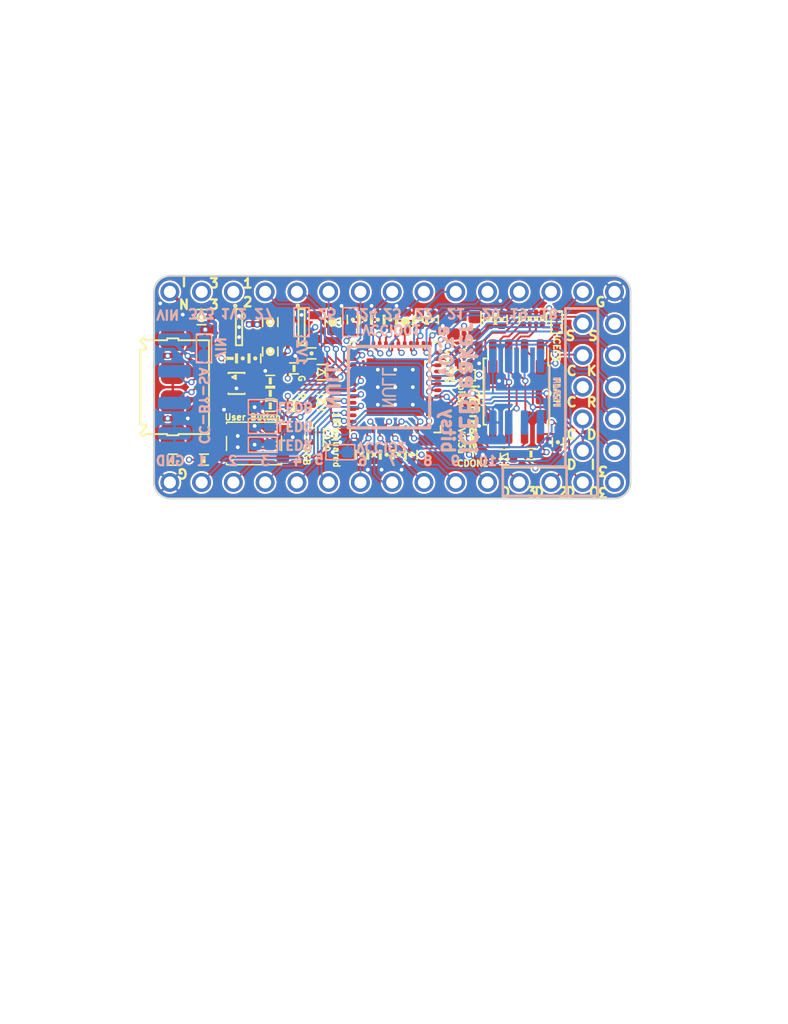
<source format=kicad_pcb>
(kicad_pcb (version 20221018) (generator pcbnew)
  (title_block (title "iCEBreaker-bitsy") (rev "V0.3a") (company "1BitSquared") (comment 1 "(C) 2018-2020 Piotr Esden-Tempski <piotr@1bitsquared.com>") (comment 2 "(C) 2018-2020 1BitSquared <info@1bitsquared.com>") (comment 3 "License: CC-BY-SA 4.0"))
  (layers (0 "F.Cu" signal) (1 "In1.Cu" signal) (2 "In2.Cu" signal) (31 "B.Cu" signal) (34 "B.Paste" user) (35 "F.Paste" user) (36 "B.SilkS" user "B.Silkscreen") (37 "F.SilkS" user "F.Silkscreen") (38 "B.Mask" user) (39 "F.Mask" user) (44 "Edge.Cuts" user))
  (net 0 "")
  (net 1 "/~{LEDG}")
  (net 2 "+3V3")
  (net 3 "/iCE_SS_B")
  (net 4 "+1V2")
  (net 5 "/~{BUTTON}")
  (net 6 "/~{LEDR}")
  (net 7 "GND")
  (net 8 "Net-(R7-Pad2)")
  (net 9 "Net-(C3-Pad1)")
  (net 10 "+5V")
  (net 11 "Net-(C11-Pad1)")
  (net 12 "/iCE_SCK")
  (net 13 "/iCE_CDONE")
  (net 14 "/iCE_CRESET")
  (net 15 "Net-(C24-Pad1)")
  (net 16 "/~{LED_RED}")
  (net 17 "/~{LED_GRN}")
  (net 18 "/~{LED_BLU}")
  (net 19 "/shield")
  (net 20 "Net-(D4-PadA)")
  (net 21 "Net-(D5-PadA)")
  (net 22 "Net-(C35-Pad1)")
  (net 23 "Net-(C39-Pad1)")
  (net 24 "/CLK")
  (net 25 "/USB_N")
  (net 26 "/xUD-")
  (net 27 "/USB_P")
  (net 28 "/xUD+")
  (net 29 "/USB_DET")
  (net 30 "/IOB_0A")
  (net 31 "/IOB_3B_G6")
  (net 32 "/IOB_2A")
  (net 33 "/IOT_38B")
  (net 34 "/IOB_23B")
  (net 35 "/IOB_31B")
  (net 36 "/IOB_29B")
  (net 37 "/IOB_25B_G3")
  (net 38 "/IOB_16A")
  (net 39 "/IOB_13B")
  (net 40 "/IOT_48B")
  (net 41 "/IOT_44B")
  (net 42 "/IOT_43A")
  (net 43 "/IOT_37A")
  (net 44 "/IOT_39A")
  (net 45 "/IOT_41A")
  (net 46 "/IOT_42B")
  (net 47 "/IOB_4A")
  (net 48 "/IOB_5B")
  (net 49 "/IOB_6A")
  (net 50 "/IOB_8A")
  (net 51 "/IOB_9B")
  (net 52 "/iUD+")
  (net 53 "/iUD-")
  (net 54 "/IOT_36B")
  (net 55 "/ICEVCC")
  (net 56 "/VCCIO_2")
  (net 57 "/VCCIO_01")
  (net 58 "/FLASH_MOSI-IO0")
  (net 59 "/FLASH_MISO-IO1")
  (net 60 "/FLASH_~{WP}-IO2")
  (net 61 "/FLASH_~{HLD}-~{RST}-IO3")
  (net 62 "Net-(D1-Pad2)")
  (net 63 "Net-(D1-Pad3)")
  (net 64 "Net-(D1-Pad4)")
  (net 65 "/FLASH_SS")
  (net 66 "/UVBUS")
  (footprint "pkl_connectors:Connector_USB_Micro_B_SMD" (layer "F.Cu") (at 31.5 47.5 180)
    (fp_text reference "P1")
    (fp_text value "USB_OTG")
  )
  (footprint "pkl_dipol:R_Array_Convex_4x0402" (layer "F.Cu") (at 60.3 42 180)
    (fp_text reference "R11")
    (fp_text value "10k")
  )
  (footprint "pkl_dipol:C_0402" (layer "F.Cu") (at 47.9 42.1 90)
    (fp_text reference "C25")
    (fp_text value "100n")
  )
  (footprint "pkl_dipol:C_0402" (layer "F.Cu") (at 48.9 42.1 90)
    (fp_text reference "C28")
    (fp_text value "10n")
  )
  (footprint "pkl_dipol:R_0402" (layer "F.Cu") (at 50.6 52.9 90)
    (fp_text reference "R19")
    (fp_text value "10k")
  )
  (footprint "pkl_dipol:C_0603" (layer "F.Cu") (at 39.3 42.3 -90)
    (fp_text reference "C5")
    (fp_text value "4u7")
  )
  (footprint "pkl_dipol:C_0402" (layer "F.Cu") (at 48.6 52.9 -90)
    (fp_text reference "C37")
    (fp_text value "100n")
  )
  (footprint "pkl_dipol:R_0402" (layer "F.Cu") (at 36.1 45.2 90)
    (fp_text reference "R3")
    (fp_text value "10k")
  )
  (footprint "pkl_dipol:C_0402" (layer "F.Cu") (at 37.1 45.2 -90)
    (fp_text reference "C39")
    (fp_text value "1u")
  )
  (footprint "pkl_dipol:C_0402" (layer "F.Cu") (at 47.6 52.9 -90)
    (fp_text reference "C38")
    (fp_text value "10n")
  )
  (footprint "pkl_buttons_switches:SW_SPST_3x4x2.5" (layer "F.Cu") (at 38 52 180)
    (fp_text reference "SW1")
    (fp_text value "TACT")
  )
  (footprint "pkl_dipol:R_0402" (layer "F.Cu") (at 39.3 47 180)
    (fp_text reference "R4")
    (fp_text value "22E")
  )
  (footprint "pkl_dipol:R_0402" (layer "F.Cu") (at 39.3 49 180)
    (fp_text reference "R2")
    (fp_text value "1k5")
  )
  (footprint "pkl_dipol:R_0402" (layer "F.Cu") (at 56.8 42.1 90)
    (fp_text reference "R7")
    (fp_text value "10k")
  )
  (footprint "pkl_pin_headers:Pin_Header_Straight_Round_1x01" (layer "F.Cu") (at 33.81 39.88)
    (fp_text reference "J1" hide)
    (fp_text value "Conn_01x01" hide)
  )
  (footprint "pkl_pin_headers:Pin_Header_Straight_Round_1x01" (layer "F.Cu") (at 51.59 55.12)
    (fp_text reference "J13" hide)
    (fp_text value "Conn_01x01" hide)
  )
  (footprint "pkl_pin_headers:Pin_Header_Straight_Round_1x01" (layer "F.Cu") (at 64.29 44.96)
    (fp_text reference "J22" hide)
    (fp_text value "Conn_01x01" hide)
  )
  (footprint "pkl_pin_headers:Pin_Header_Straight_Round_1x01" (layer "F.Cu") (at 64.29 42.42)
    (fp_text reference "J21" hide)
    (fp_text value "Conn_01x01" hide)
  )
  (footprint "pkl_pin_headers:Pin_Header_Straight_Round_1x01" (layer "F.Cu") (at 49.05 55.12)
    (fp_text reference "J20" hide)
    (fp_text value "Conn_01x01" hide)
  )
  (footprint "pkl_pin_headers:Pin_Header_Straight_Round_1x01" (layer "F.Cu") (at 46.51 55.12)
    (fp_text reference "J12" hide)
    (fp_text value "Conn_01x01" hide)
  )
  (footprint "pkl_pin_headers:Pin_Header_Straight_Round_1x01" (layer "F.Cu") (at 36.35 55.12)
    (fp_text reference "J11" hide)
    (fp_text value "Conn_01x01" hide)
  )
  (footprint "pkl_pin_headers:Pin_Header_Straight_Round_1x01" (layer "F.Cu") (at 43.97 55.12)
    (fp_text reference "J10" hide)
    (fp_text value "Conn_01x01" hide)
  )
  (footprint "pkl_pin_headers:Pin_Header_Straight_Round_1x01" (layer "F.Cu") (at 33.81 55.12)
    (fp_text reference "J9" hide)
    (fp_text value "Conn_01x01" hide)
  )
  (footprint "pkl_pin_headers:Pin_Header_Straight_Round_1x01" (layer "F.Cu") (at 38.89 55.12)
    (fp_text reference "J7" hide)
    (fp_text value "Conn_01x01" hide)
  )
  (footprint "pkl_pin_headers:Pin_Header_Straight_Round_1x01" (layer "F.Cu") (at 66.83 39.88)
    (fp_text reference "J6" hide)
    (fp_text value "Conn_01x01" hide)
  )
  (footprint "pkl_pin_headers:Pin_Header_Straight_Round_1x01" (layer "F.Cu") (at 31.27 55.12)
    (fp_text reference "J5" hide)
    (fp_text value "Conn_01x01" hide)
  )
  (footprint "pkl_pin_headers:Pin_Header_Straight_Round_1x01" (layer "F.Cu") (at 31.27 39.88)
    (fp_text reference "J4" hide)
    (fp_text value "Conn_01x01" hide)
  )
  (footprint "pkl_pin_headers:Pin_Header_Straight_Round_1x01" (layer "F.Cu") (at 36.35 39.88)
    (fp_text reference "J3" hide)
    (fp_text value "Conn_01x01" hide)
  )
  (footprint "pkl_pin_headers:Pin_Header_Straight_Round_1x01" (layer "F.Cu") (at 66.83 55.12)
    (fp_text reference "J2" hide)
    (fp_text value "Conn_01x01" hide)
  )
  (footprint "pkl_pin_headers:Pin_Header_Straight_Round_1x01" (layer "F.Cu") (at 41.43 55.12)
    (fp_text reference "J8" hide)
    (fp_text value "Conn_01x01" hide)
  )
  (footprint "pkl_pin_headers:Pin_Header_Straight_Round_1x01" (layer "F.Cu") (at 59.21 39.88)
    (fp_text reference "J31" hide)
    (fp_text value "Conn_01x01" hide)
  )
  (footprint "pkl_pin_headers:Pin_Header_Straight_Round_1x01" (layer "F.Cu") (at 66.83 44.96)
    (fp_text reference "J49" hide)
    (fp_text value "Conn_01x01" hide)
  )
  (footprint "pkl_pin_headers:Pin_Header_Straight_Round_1x01" (layer "F.Cu") (at 66.83 52.58)
    (fp_text reference "J48" hide)
    (fp_text value "Conn_01x01" hide)
  )
  (footprint "pkl_pin_headers:Pin_Header_Straight_Round_1x01" (layer "F.Cu") (at 66.83 50.04)
    (fp_text reference "J47" hide)
    (fp_text value "Conn_01x01" hide)
  )
  (footprint "pkl_pin_headers:Pin_Header_Straight_Round_1x01" (layer "F.Cu") (at 66.83 47.5)
    (fp_text reference "J46" hide)
    (fp_text value "Conn_01x01" hide)
  )
  (footprint "pkl_pin_headers:Pin_Header_Straight_Round_1x01" (layer "F.Cu") (at 56.67 55.12)
    (fp_text reference "J45" hide)
    (fp_text value "Conn_01x01" hide)
  )
  (footprint "pkl_pin_headers:Pin_Header_Straight_Round_1x01" (layer "F.Cu") (at 54.13 55.12)
    (fp_text reference "J44" hide)
    (fp_text value "Conn_01x01" hide)
  )
  (footprint "pkl_pin_headers:Pin_Header_Straight_Round_1x01" (layer "F.Cu") (at 38.89 39.88)
    (fp_text reference "J43" hide)
    (fp_text value "Conn_01x01" hide)
  )
  (footprint "pkl_pin_headers:Pin_Header_Straight_Round_1x01" (layer "F.Cu") (at 41.43 39.88)
    (fp_text reference "J42" hide)
    (fp_text value "Conn_01x01" hide)
  )
  (footprint "pkl_pin_headers:Pin_Header_Straight_Round_1x01" (layer "F.Cu") (at 43.97 39.88)
    (fp_text reference "J41" hide)
    (fp_text value "Conn_01x01" hide)
  )
  (footprint "pkl_pin_headers:Pin_Header_Straight_Round_1x01" (layer "F.Cu") (at 64.29 39.88)
    (fp_text reference "J29" hide)
    (fp_text value "Conn_01x01" hide)
  )
  (footprint "pkl_pin_headers:Pin_Header_Straight_Round_1x01" (layer "F.Cu") (at 46.51 39.88)
    (fp_text reference "J37" hide)
    (fp_text value "Conn_01x01" hide)
  )
  (footprint "pkl_pin_headers:Pin_Header_Straight_Round_1x01" (layer "F.Cu") (at 49.05 39.88)
    (fp_text reference "J36" hide)
    (fp_text value "Conn_01x01" hide)
  )
  (footprint "pkl_pin_headers:Pin_Header_Straight_Round_1x01" (layer "F.Cu") (at 51.59 39.88)
    (fp_text reference "J35" hide)
    (fp_text value "Conn_01x01" hide)
  )
  (footprint "pkl_pin_headers:Pin_Header_Straight_Round_1x01" (layer "F.Cu") (at 66.83 42.42)
    (fp_text reference "J30" hide)
    (fp_text value "Conn_01x01" hide)
  )
  (footprint "pkl_pin_headers:Pin_Header_Straight_Round_1x01" (layer "F.Cu") (at 61.75 39.88)
    (fp_text reference "J32" hide)
    (fp_text value "Conn_01x01" hide)
  )
  (footprint "pkl_pin_headers:Pin_Header_Straight_Round_1x01" (layer "F.Cu") (at 56.67 39.88)
    (fp_text reference "J33" hide)
    (fp_text value "Conn_01x01" hide)
  )
  (footprint "pkl_pin_headers:Pin_Header_Straight_Round_1x01" (layer "F.Cu") (at 54.13 39.88)
    (fp_text reference "J34" hide)
    (fp_text value "Conn_01x01" hide)
  )
  (footprint "pkl_pin_headers:Pin_Header_Straight_Round_1x01" (layer "F.Cu") (at 61.75 55.12)
    (fp_text reference "J25" hide)
    (fp_text value "Conn_01x01" hide)
  )
  (footprint "pkl_pin_headers:Pin_Header_Straight_Round_1x01" (layer "F.Cu") (at 64.29 47.5)
    (fp_text reference "J28" hide)
    (fp_text value "Conn_01x01" hide)
  )
  (footprint "pkl_pin_headers:Pin_Header_Straight_Round_1x01" (layer "F.Cu") (at 64.29 50.04)
    (fp_text reference "J27" hide)
    (fp_text value "Conn_01x01" hide)
  )
  (footprint "pkl_pin_headers:Pin_Header_Straight_Round_1x01" (layer "F.Cu") (at 64.29 52.58)
    (fp_text reference "J23" hide)
    (fp_text value "Conn_01x01" hide)
  )
  (footprint "pkl_pin_headers:Pin_Header_Straight_Round_1x01" (layer "F.Cu") (at 64.29 55.12)
    (fp_text reference "J24" hide)
    (fp_text value "Conn_01x01" hide)
  )
  (footprint "pkl_pin_headers:Pin_Header_Straight_Round_1x01" (layer "F.Cu") (at 59.21 55.12)
    (fp_text reference "J26" hide)
    (fp_text value "Conn_01x01" hide)
  )
  (footprint "pkl_dipol:C_0402" (layer "F.Cu") (at 49.6 52.9 -90)
    (fp_text reference "C36")
    (fp_text value "1u")
  )
  (footprint "pkl_dipol:C_0603" (layer "F.Cu") (at 39.3 44.65 90)
    (fp_text reference "C8")
    (fp_text value "4u7")
  )
  (footprint "pkl_dipol:C_0402" (layer "F.Cu") (at 62.3 51.9 -90)
    (fp_text reference "C22")
    (fp_text value "100n")
  )
  (footprint "pkl_dipol:D_0603" (layer "F.Cu") (at 58 53.1)
    (fp_text reference "D3")
    (fp_text value "BLU")
  )
  (footprint "pkl_housings_sot:SOT-666" (layer "F.Cu") (at 36.6 47.2 180)
    (fp_text reference "U1")
    (fp_text value "USBLC6-2")
  )
  (footprint "pkl_dipol:R_0402" (layer "F.Cu") (at 41.2 49 180)
    (fp_text reference "R15")
    (fp_text value "330E")
  )
  (footprint "pkl_dipol:D_0603" (layer "F.Cu") (at 43.4 48.7 180)
    (fp_text reference "D5")
    (fp_text value "RED")
  )
  (footprint "pkl_housings_sot:SOT-23-5" (layer "F.Cu") (at 36.8 42.7 180)
    (fp_text reference "U2")
    (fp_text value "3.3V")
  )
  (footprint "pkl_housings_sot:SOT-23-5" (layer "F.Cu") (at 41.8 42.7 180)
    (fp_text reference "U3")
    (fp_text value "1V2")
  )
  (footprint "pkl_housings_dfn_qfn:QFN-48-1EP_7x7mm_Pitch0.5mm" (layer "F.Cu") (at 49.3 47.5 180)
    (fp_text reference "U6")
    (fp_text value "ICE5LP4K-SG48")
  )
  (footprint "pkl_dipol:R_0402" (layer "F.Cu") (at 31.5 53.3)
    (fp_text reference "R1")
    (fp_text value "1M")
  )
  (footprint "pkl_dipol:R_0402" (layer "F.Cu") (at 39.3 48 180)
    (fp_text reference "R6")
    (fp_text value "22E")
  )
  (footprint "pkl_dipol:R_0402" (layer "F.Cu") (at 51.3 42.1 90)
    (fp_text reference "R10")
    (fp_text value "100E")
  )
  (footprint "pkl_dipol:R_0402" (layer "F.Cu") (at 34 53.3 180)
    (fp_text reference "R13")
    (fp_text value "10k")
  )
  (footprint "pkl_dipol:R_0402" (layer "F.Cu") (at 41.2 46 180)
    (fp_text reference "R14")
    (fp_text value "330E")
  )
  (footprint "pkl_dipol:D_0603" (layer "F.Cu") (at 43.4 46.3 180)
    (fp_text reference "D4")
    (fp_text value "GRN")
  )
  (footprint "pkl_dipol:C_0603" (layer "F.Cu") (at 44.3 42.3 90)
    (fp_text reference "C15")
    (fp_text value "4u7")
  )
  (footprint "pkl_dipol:C_0603" (layer "F.Cu") (at 33.8 41.9 180)
    (fp_text reference "C2")
    (fp_text value "4u7")
  )
  (footprint "pkl_dipol:C_0603" (layer "F.Cu") (at 50.1 42.3 90)
    (fp_text reference "C24")
    (fp_text value "10u")
  )
  (footprint "pkl_dipol:C_0402" (layer "F.Cu") (at 42.6 44.8 180)
    (fp_text reference "C11")
    (fp_text value "10n")
  )
  (footprint "pkl_dipol:C_0402" (layer "F.Cu") (at 45.9 42.1 90)
    (fp_text reference "C30")
    (fp_text value "100n")
  )
  (footprint "pkl_dipol:C_0402" (layer "F.Cu") (at 54.8 44.55)
    (fp_text reference "C31")
    (fp_text value "100n")
  )
  (footprint "pkl_dipol:C_0402" (layer "F.Cu") (at 46.6 52.9 90)
    (fp_text reference "C27")
    (fp_text value "100n")
  )
  (footprint "pkl_dipol:C_0402" (layer "F.Cu") (at 52.3 42.1 90)
    (fp_text reference "C26")
    (fp_text value "100n")
  )
  (footprint "pkl_dipol:C_0402" (layer "F.Cu") (at 38.1 45.2 -90)
    (fp_text reference "C3")
    (fp_text value "10n")
  )
  (footprint "pkl_dipol:C_0402" (layer "F.Cu") (at 46.9 42.1 90)
    (fp_text reference "C23")
    (fp_text value "1u")
  )
  (footprint "pkl_dipol:C_0402" (layer "F.Cu") (at 54.8 45.55)
    (fp_text reference "C35")
    (fp_text value "100n")
  )
  (footprint "pkl_led:LED_TRI_1010" (layer "F.Cu") (at 42.2 51.5 -90)
    (fp_text reference "D1")
    (fp_text value "FC-B1010RGBT-HG")
  )
  (footprint "pkl_jumpers:J_NC_0402_15" (layer "F.Cu") (at 54.8 46.55 180)
    (fp_text reference "J40")
    (fp_text value "Jumper")
  )
  (footprint "pkl_misc:Oscillator_SMD_SCTF_S2DXX-4Pin_2.5x2.0mm" (layer "F.Cu") (at 54.8 42.6 180)
    (fp_text reference "X1")
    (fp_text value "DSC6101CI1A-012.0000T")
  )
  (footprint "pkl_jumpers:J_NC_0402_15" (layer "F.Cu") (at 62.2 42.3 90)
    (fp_text reference "J18")
    (fp_text value "Jumper")
  )
  (footprint "pkl_dipol:C_0402" (layer "F.Cu") (at 57.8 42.1 90)
    (fp_text reference "C4")
    (fp_text value "100n")
  )
  (footprint "pkl_dipol:R_0402" (layer "F.Cu") (at 60.15 52.85 180)
    (fp_text reference "R12")
    (fp_text value "2k2")
  )
  (footprint "pkl_housings_soic:SOIC-8_5.3x5.3mm_Pitch1.27mm" (layer "F.Cu") (at 59 47.85 -90)
    (fp_text reference "U5")
    (fp_text value "W25Q")
  )
  (footprint "pkl_logos:null_Logo_SilkS_6.5mm" (layer "B.Cu") (at 48.8 47.5 90)
    (fp_text reference "REF**" hide)
    (fp_text value "null_Logo_SilkS_6.5mm" hide)
  )
  (footprint "pkl_jumpers:J_NC_0603_30" (layer "B.Cu") (at 45.7 42.3 90)
    (fp_text reference "J19")
    (fp_text value "Jumper")
  )
  (footprint "pkl_jumpers:J_NC_0603_30" (layer "B.Cu") (at 44.9 52.7 180)
    (fp_text reference "J17")
    (fp_text value "Jumper")
  )
  (footprint "pkl_jumpers:J_NC_0603_30" (layer "B.Cu") (at 41.8 42.3 90)
    (fp_text reference "J14")
    (fp_text value "Jumper")
  )
  (footprint "pkl_pads:PAD_SMD_1x2.65" (layer "B.Cu") (at 31.637216 48.77)
    (fp_text reference "P4" hide)
    (fp_text value "UP" hide)
  )
  (footprint "pkl_pads:PAD_SMD_1x2.65" (layer "B.Cu") (at 31.637216 46.23)
    (fp_text reference "P3" hide)
    (fp_text value "UP" hide)
  )
  (footprint "pkl_pads:PAD_SMD_1x2.65" (layer "B.Cu") (at 31.637216 43.69)
    (fp_text reference "P2" hide)
    (fp_text value "UP" hide)
  )
  (footprint "pkl_pads:PAD_SMD_1x2.65" (layer "B.Cu") (at 31.637216 51.196445)
    (fp_text reference "P5" hide)
    (fp_text value "UP" hide)
  )
  (footprint "pkl_jumpers:J_NC_0603_30" (layer "B.Cu") (at 34 44.4 90)
    (fp_text reference "J38")
    (fp_text value "Jumper")
  )
  (footprint "pkl_jumpers:J_NC_0603_30" (layer "B.Cu") (at 38.7 49.1 180)
    (fp_text reference "J15")
    (fp_text value "Jumper")
  )
  (footprint "pkl_jumpers:J_NC_0603_30" (layer "B.Cu") (at 38.7 50.6 180)
    (fp_text reference "J16")
    (fp_text value "Jumper")
  )
  (footprint "pkl_jumpers:J_NC_0603_30" (layer "B.Cu") (at 38.7 52.1 180)
    (fp_text reference "J39")
    (fp_text value "Jumper")
  )
  (footprint "Package_SO:SOIC-8_3.9x4.9mm_P1.27mm" (layer "B.Cu") (at 59 47.85 90)
    (fp_text reference "U4")
    (fp_text value "LY68L6400")
  )
  (gr_line (start 62.9 45.9) (end 62.9 53.8) (stroke (width 0.2)) (layer "B.SilkS"))
  (gr_line (start 62.840001 53.841569) (end 57.9 53.841569) (stroke (width 0.2)) (layer "B.SilkS"))
  (gr_line (start 63 53.8) (end 63 56.2) (stroke (width 0.2)) (layer "B.SilkS"))
  (gr_line (start 65.5 56.2) (end 57.9 56.2) (stroke (width 0.2)) (layer "B.SilkS"))
  (gr_line (start 62.9 41.2) (end 65.5 41.2) (stroke (width 0.2)) (layer "B.SilkS"))
  (gr_line (start 62.9 45.9) (end 62.9 41.2) (stroke (width 0.2)) (layer "B.SilkS"))
  (gr_line (start 65.5 41.2) (end 65.5 56.2) (stroke (width 0.2)) (layer "B.SilkS"))
  (gr_line (start 57.9 56.2) (end 57.9 53.9) (stroke (width 0.2)) (layer "B.SilkS"))
  (gr_line (start 57.9 53.9) (end 63 53.9) (stroke (width 0.2)) (layer "F.SilkS"))
  (gr_line (start 63 56.2) (end 65.5 56.2) (stroke (width 0.2)) (layer "F.SilkS"))
  (gr_line (start 62.9 41.2) (end 62.9 53.9) (stroke (width 0.2)) (layer "F.SilkS"))
  (gr_line (start 57.9 53.9) (end 57.9 56.2) (stroke (width 0.2)) (layer "F.SilkS"))
  (gr_line (start 57.9 56.2) (end 63 56.2) (stroke (width 0.2)) (layer "F.SilkS"))
  (gr_line (start 63 56.2) (end 63 53.9) (stroke (width 0.2)) (layer "F.SilkS"))
  (gr_line (start 65.5 56.2) (end 65.5 41.2) (stroke (width 0.2)) (layer "F.SilkS"))
  (gr_line (start 65.5 41.2) (end 62.9 41.2) (stroke (width 0.2)) (layer "F.SilkS"))
  (gr_line (start 31.3 38.6) (end 66.8 38.6) (stroke (width 0.15)) (layer "Edge.Cuts"))
  (gr_line (start 30 55.1) (end 30 39.9) (stroke (width 0.15)) (layer "Edge.Cuts"))
  (gr_arc (start 31.3 56.4) (mid 30.380761 56.019239) (end 30 55.1) (stroke (width 0.15)) (layer "Edge.Cuts"))
  (gr_arc (start 30 39.9) (mid 30.380761 38.980761) (end 31.3 38.6) (stroke (width 0.15)) (layer "Edge.Cuts"))
  (gr_line (start 68.1 39.9) (end 68.1 55.1) (stroke (width 0.15)) (layer "Edge.Cuts"))
  (gr_line (start 66.8 56.4) (end 31.3 56.4) (stroke (width 0.15)) (layer "Edge.Cuts"))
  (gr_arc (start 66.8 38.6) (mid 67.719239 38.980761) (end 68.1 39.9) (stroke (width 0.15)) (layer "Edge.Cuts"))
  (gr_arc (start 68.1 55.1) (mid 67.719239 56.019239) (end 66.8 56.4) (stroke (width 0.15)) (layer "Edge.Cuts"))
  (gr_text "iCEBreaker" (at 55.1 47.6 270) (layer "B.SilkS") (effects (font (size 1.3 1.3) (thickness 0.3)) (justify mirror)))
  (gr_text "V0.3a" (at 53.3 44.6 270) (layer "B.SilkS") (effects (font (size 1 1) (thickness 0.25)) (justify mirror)))
  (gr_text "VCCIO2" (at 48.2 52.3 180) (layer "B.SilkS") (effects (font (size 0.75 0.75) (thickness 0.1875)) (justify mirror)))
  (gr_text "NULL" (at 44.3 47.4 270) (layer "B.SilkS") (effects (font (size 1 1) (thickness 0.25)) (justify mirror)))
  (gr_text "1V2" (at 41.8 44.7 270) (layer "B.SilkS") (effects (font (size 0.75 0.75) (thickness 0.1875)) (justify mirror)))
  (gr_text "VIN" (at 35.3 44.4 270) (layer "B.SilkS") (effects (font (size 0.75 0.75) (thickness 0.1875)) (justify mirror)))
  (gr_text "bitsy" (at 53.5 51 270) (layer "B.SilkS") (effects (font (size 1 1) (thickness 0.25)) (justify mirror)))
  (gr_text "CC-BY-SA" (at 34 49 270) (layer "B.SilkS") (effects (font (size 0.75 0.75) (thickness 0.1875)) (justify mirror)))
  (gr_text "1" (at 33.8 53.4) (layer "B.SilkS") (effects (font (size 0.75 0.75) (thickness 0.1875)) (justify mirror)))
  (gr_text "2" (at 36.3 53.4) (layer "B.SilkS") (effects (font (size 0.75 0.75) (thickness 0.1875)) (justify mirror)))
  (gr_text "3" (at 38.9 53.4) (layer "B.SilkS") (effects (font (size 0.75 0.75) (thickness 0.1875)) (justify mirror)))
  (gr_text "4" (at 41.5 53.4) (layer "B.SilkS") (effects (font (size 0.75 0.75) (thickness 0.1875)) (justify mirror)))
  (gr_text "6" (at 46.7 53.4) (layer "B.SilkS") (effects (font (size 0.75 0.75) (thickness 0.1875)) (justify mirror)))
  (gr_text "7" (at 49.1 53.4) (layer "B.SilkS") (effects (font (size 0.75 0.75) (thickness 0.1875)) (justify mirror)))
  (gr_text "8" (at 51.9 53.4) (layer "B.SilkS") (effects (font (size 0.75 0.75) (thickness 0.1875)) (justify mirror)))
  (gr_text "18" (at 62.4 41.6 180) (layer "B.SilkS") (effects (font (size 0.75 0.75) (thickness 0.1875)) (justify right mirror)))
  (gr_text "19" (at 60 41.6 180) (layer "B.SilkS") (effects (font (size 0.75 0.75) (thickness 0.1875)) (justify right mirror)))
  (gr_text "20" (at 57.8 41.6 180) (layer "B.SilkS") (effects (font (size 0.75 0.75) (thickness 0.1875)) (justify right mirror)))
  (gr_text "22" (at 52.4 41.6 180) (layer "B.SilkS") (effects (font (size 0.75 0.75) (thickness 0.1875)) (justify right mirror)))
  (gr_text "23" (at 49.9 41.6 180) (layer "B.SilkS") (effects (font (size 0.75 0.75) (thickness 0.1875)) (justify right mirror)))
  (gr_text "24" (at 48 41.6 180) (layer "B.SilkS") (effects (font (size 0.75 0.75) (thickness 0.1875)) (justify right mirror)))
  (gr_text "27" (at 39.6 41.6 180) (layer "B.SilkS") (effects (font (size 0.75 0.75) (thickness 0.1875)) (justify right mirror)))
  (gr_text "1V2" (at 36.4 41.6 180) (layer "B.SilkS") (effects (font (size 0.75 0.75) (thickness 0.1875)) (justify mirror)))
  (gr_text "3V3" (at 33.8 41.6 180) (layer "B.SilkS") (effects (font (size 0.75 0.75) (thickness 0.1875)) (justify mirror)))
  (gr_text "25" (at 44.7 41.6 180) (layer "B.SilkS") (effects (font (size 0.75 0.75) (thickness 0.1875)) (justify right mirror)))
  (gr_text "VIN" (at 31.1 41.7 180) (layer "B.SilkS") (effects (font (size 0.75 0.75) (thickness 0.1875)) (justify mirror)))
  (gr_text "5" (at 43.2 53.3) (layer "B.SilkS") (effects (font (size 0.75 0.75) (thickness 0.1875)) (justify mirror)))
  (gr_text "9" (at 54.1 53.4) (layer "B.SilkS") (effects (font (size 0.75 0.75) (thickness 0.1875)) (justify mirror)))
  (gr_text "10" (at 56.7 53.4) (layer "B.SilkS") (effects (font (size 0.75 0.75) (thickness 0.1875)) (justify mirror)))
  (gr_text "21" (at 55 41.6 180) (layer "B.SilkS") (effects (font (size 0.75 0.75) (thickness 0.1875)) (justify right mirror)))
  (gr_text "PSRAM" (at 62.2 47.9 270) (layer "B.SilkS") (effects (font (size 0.5 0.5) (thickness 0.125)) (justify mirror)))
  (gr_text "LEDB" (at 41.3 49.1 180) (layer "B.SilkS") (effects (font (size 0.75 0.75) (thickness 0.1875)) (justify mirror)))
  (gr_text "LEDG" (at 41.3 50.6 180) (layer "B.SilkS") (effects (font (size 0.75 0.75) (thickness 0.1875)) (justify mirror)))
  (gr_text "LEDR" (at 41.3 52.1 180) (layer "B.SilkS") (effects (font (size 0.75 0.75) (thickness 0.1875)) (justify mirror)))
  (gr_text "VCCIO01" (at 49 42.9 180) (layer "B.SilkS") (effects (font (size 0.75 0.75) (thickness 0.1875)) (justify mirror)))
  (gr_text "GND" (at 31.3 53.4) (layer "B.SilkS") (effects (font (size 0.75 0.75) (thickness 0.1875)) (justify mirror)))
  (gr_text "CDONE" (at 55.5 53.6) (layer "F.SilkS") (effects (font (size 0.5 0.5) (thickness 0.125))))
  (gr_text "1Bitsquared\n2020" (at 44.2 51.7 270) (layer "F.SilkS") (effects (font (size 0.5 0.5) (thickness 0.125))))
  (gr_text "V0.3a" (at 54.6 51.8 270) (layer "F.SilkS") (effects (font (size 0.5 0.5) (thickness 0.125))))
  (gr_text "bitsy" (at 54.6 48.2 270) (layer "F.SilkS") (effects (font (size 0.5 0.5) (thickness 0.125))))
  (gr_text "R" (at 41.8 48.2 270) (layer "F.SilkS") (effects (font (size 0.5 0.5) (thickness 0.125))))
  (gr_text "G" (at 41.8 46.8 270) (layer "F.SilkS") (effects (font (size 0.5 0.5) (thickness 0.125))))
  (gr_text "User Button" (at 37.9 49.9) (layer "F.SilkS") (effects (font (size 0.5 0.5) (thickness 0.125))))
  (gr_text "FLASH" (at 62.2 47.9 270) (layer "F.SilkS") (effects (font (size 0.5 0.5) (thickness 0.125))))
  (gr_text "ICESS" (at 62.2 44.4 270) (layer "F.SilkS") (effects (font (size 0.5 0.5) (thickness 0.125))))
  (gr_text "G" (at 32.3 54.4 180) (layer "F.SilkS") (effects (font (size 0.75 0.75) (thickness 0.1875))))
  (gr_text "N" (at 32.4 40.9) (layer "F.SilkS") (effects (font (size 0.75 0.75) (thickness 0.1875))))
  (gr_text "3" (at 34.8 40.9) (layer "F.SilkS") (effects (font (size 0.75 0.75) (thickness 0.1875))))
  (gr_text "2" (at 37.5 40.7) (layer "F.SilkS") (effects (font (size 0.75 0.75) (thickness 0.1875))))
  (gr_text "1" (at 37.5 39.2) (layer "F.SilkS") (effects (font (size 0.75 0.75) (thickness 0.1875))))
  (gr_text "3" (at 34.8 39.2) (layer "F.SilkS") (effects (font (size 0.75 0.75) (thickness 0.1875))))
  (gr_text "G" (at 65.7 40.7) (layer "F.SilkS") (effects (font (size 0.75 0.75) (thickness 0.1875))))
  (gr_text "I" (at 32.4 39.1) (layer "F.SilkS") (effects (font (size 0.75 0.75) (thickness 0.1875))))
  (gr_text "3" (at 65.9 55.9 180) (layer "F.SilkS") (effects (font (size 0.75 0.75) (thickness 0.1875))))
  (gr_text "3" (at 65.9 54.2 180) (layer "F.SilkS") (effects (font (size 0.75 0.75) (thickness 0.1875))))
  (gr_text "S" (at 63.3 43.4) (layer "F.SilkS") (effects (font (size 0.75 0.75) (thickness 0.1875))))
  (gr_text "S" (at 65.1 43.4) (layer "F.SilkS") (effects (font (size 0.75 0.75) (thickness 0.1875))))
  (gr_text "C" (at 63.4 46.2) (layer "F.SilkS") (effects (font (size 0.75 0.75) (thickness 0.1875))))
  (gr_text "K" (at 65 46.2) (layer "F.SilkS") (effects (font (size 0.75 0.75) (thickness 0.1875))))
  (gr_text "C" (at 63.4 51.3) (layer "F.SilkS") (effects (font (size 0.75 0.75) (thickness 0.1875))))
  (gr_text "D" (at 65 51.3) (layer "F.SilkS") (effects (font (size 0.75 0.75) (thickness 0.1875))))
  (gr_text "D" (at 63.4 53.7) (layer "F.SilkS") (effects (font (size 0.75 0.75) (thickness 0.1875))))
  (gr_text "I" (at 65.1 53.7) (layer "F.SilkS") (effects (font (size 0.75 0.75) (thickness 0.1875))))
  (gr_text "D" (at 63.3 55.9) (layer "F.SilkS") (effects (font (size 0.75 0.75) (thickness 0.1875))))
  (gr_text "O" (at 65.2 55.9) (layer "F.SilkS") (effects (font (size 0.75 0.75) (thickness 0.1875))))
  (gr_text "C" (at 63.4 48.7) (layer "F.SilkS") (effects (font (size 0.75 0.75) (thickness 0.1875))))
  (gr_text "R" (at 65 48.7) (layer "F.SilkS") (effects (font (size 0.75 0.75) (thickness 0.1875))))
  (gr_text "RGB" (at 42.2 53 270) (layer "F.SilkS") (effects (font (size 0.5 0.5) (thickness 0.125))))
  (gr_text "vpp2v5" (at 53.5 45.8 270) (layer "F.SilkS") (effects (font (size 0.5 0.5) (thickness 0.125))))
  (gr_text "D" (at 60.8 55.9) (layer "F.SilkS") (effects (font (size 0.75 0.75) (thickness 0.1875))))
  (gr_text "D" (at 58.1 55.9) (layer "F.SilkS") (effects (font (size 0.75 0.75) (thickness 0.1875))))
  (gr_text "2" (at 62.7 55.9) (layer "F.SilkS") (effects (font (size 0.75 0.75) (thickness 0.1875))))
  (gr_text "3" (at 60.2 55.9) (layer "F.SilkS") (effects (font (size 0.75 0.75) (thickness 0.1875))))
  (gr_text "iCEBreaker" (at 55.6 50.1 270) (layer "F.SilkS") (effects (font (size 0.7 0.7) (thickness 0.175))))
  (segment (start 45.9 44.75) (end 46.45 44.75) (width 0.15) (layer "F.Cu") (net 1))
  (segment (start 46.45 44.75) (end 46.65 44.95) (width 0.15) (layer "F.Cu") (net 1))
  (segment (start 44.15 46.3) (end 44.55 46.7) (width 0.15) (layer "F.Cu") (net 1))
  (segment (start 44.55 46.7) (end 44.9 46.7) (width 0.15) (layer "F.Cu") (net 1))
  (via (at 44.9 46.7) (size 0.5) (drill 0.3) (layers "F.Cu" "B.Cu") (net 1))
  (via (at 46.65 44.95) (size 0.5) (drill 0.3) (layers "F.Cu" "B.Cu") (net 1))
  (segment (start 45.824988 45.575012) (end 44.9 46.5) (width 0.15) (layer "B.Cu") (net 1))
  (segment (start 46.224988 45.575012) (end 45.824988 45.575012) (width 0.15) (layer "B.Cu") (net 1))
  (segment (start 46.224988 45.575012) (end 51.175012 45.575012) (width 0.15) (layer "B.Cu") (net 1))
  (segment (start 57.102053 48.3) (end 60.7 48.3) (width 0.15) (layer "B.Cu") (net 1))
  (segment (start 53.171999 47.799989) (end 53.599989 47.799989) (width 0.15) (layer "B.Cu") (net 1))
  (segment (start 54.3 48.5) (end 56.902053 48.5) (width 0.15) (layer "B.Cu") (net 1))
  (segment (start 56.902053 48.5) (end 57.102053 48.3) (width 0.15) (layer "B.Cu") (net 1))
  (segment (start 44.9 46.5) (end 44.9 46.7) (width 0.15) (layer "B.Cu") (net 1))
  (segment (start 46.55 44.95) (end 46.65 44.95) (width 0.15) (layer "B.Cu") (net 1))
  (segment (start 51.5 45.9) (end 51.5 48.1) (width 0.15) (layer "B.Cu") (net 1))
  (segment (start 60.905 48.505) (end 60.905 50.325) (width 0.15) (layer "B.Cu") (net 1))
  (segment (start 46.224988 45.575012) (end 46.224988 45.275012) (width 0.15) (layer "B.Cu") (net 1))
  (segment (start 51.175012 45.575012) (end 51.5 45.9) (width 0.15) (layer "B.Cu") (net 1))
  (segment (start 51.5 48.1) (end 51.75 48.35) (width 0.15) (layer "B.Cu") (net 1))
  (segment (start 60.7 48.3) (end 60.905 48.505) (width 0.15) (layer "B.Cu") (net 1))
  (segment (start 46.224988 45.275012) (end 46.55 44.95) (width 0.15) (layer "B.Cu") (net 1))
  (segment (start 52.621988 48.35) (end 53.171999 47.799989) (width 0.15) (layer "B.Cu") (net 1))
  (segment (start 53.599989 47.799989) (end 54.3 48.5) (width 0.15) (layer "B.Cu") (net 1))
  (segment (start 51.75 48.35) (end 52.621988 48.35) (width 0.15) (layer "B.Cu") (net 1))
  (segment (start 50.6 53.399999) (end 51.099999 52.9) (width 0.15) (layer "F.Cu") (net 2))
  (segment (start 56 46.5) (end 55.275 46.5) (width 0.15) (layer "F.Cu") (net 2))
  (segment (start 33.5 53.3) (end 32.8 53.3) (width 0.15) (layer "F.Cu") (net 2))
  (segment (start 61.275 41.525) (end 61.6 41.2) (width 0.15) (layer "F.Cu") (net 2))
  (segment (start 39.3 41.55) (end 38.1 41.55) (width 0.2) (layer "F.Cu") (net 2))
  (segment (start 60.05 41.525) (end 60.55 41.525) (width 0.15) (layer "F.Cu") (net 2))
  (segment (start 60.905 52.205) (end 60.905 51.25) (width 0.15) (layer "F.Cu") (net 2))
  (segment (start 59.175 41.525) (end 58.1 42.6) (width 0.15) (layer "F.Cu") (net 2))
  (segment (start 55.275 46.5) (end 55.225 46.55) (width 0.15) (layer "F.Cu") (net 2))
  (segment (start 43.815 51.115) (end 43.9 51.2) (width 0.15) (layer "F.Cu") (net 2))
  (segment (start 60.955 51.3) (end 60.905 51.25) (width 0.15) (layer "F.Cu") (net 2))
  (segment (start 56.8 42.6) (end 57.8 42.6) (width 0.15) (layer "F.Cu") (net 2))
  (segment (start 55.65 43.25) (end 56.15 43.25) (width 0.15) (layer "F.Cu") (net 2))
  (segment (start 55.65 43.25) (end 55.45 43.25) (width 0.15) (layer "F.Cu") (net 2))
  (segment (start 60.65 52.85) (end 61.25 52.85) (width 0.15) (layer "F.Cu") (net 2))
  (segment (start 40.7 46) (end 40.7 46.8) (width 0.15) (layer "F.Cu") (net 2))
  (segment (start 61.05 41.525) (end 61.275 41.525) (width 0.15) (layer "F.Cu") (net 2))
  (segment (start 61.4 52.7) (end 60.905 52.205) (width 0.15) (layer "F.Cu") (net 2))
  (segment (start 40.7 49) (end 40.7 48.2) (width 0.15) (layer "F.Cu") (net 2))
  (segment (start 60.905 51.25) (end 62.15 51.25) (width 0.15) (layer "F.Cu") (net 2))
  (segment (start 38.1 41.55) (end 37.9 41.75) (width 0.2) (layer "F.Cu") (net 2))
  (segment (start 51.099999 52.9) (end 51.4 52.9) (width 0.15) (layer "F.Cu") (net 2))
  (segment (start 59.55 41.525) (end 60.05 41.525) (width 0.15) (layer "F.Cu") (net 2))
  (segment (start 59.55 41.525) (end 59.175 41.525) (width 0.15) (layer "F.Cu") (net 2))
  (segment (start 62.15 51.25) (end 62.3 51.4) (width 0.15) (layer "F.Cu") (net 2))
  (segment (start 42.585 51.115) (end 43.815 51.115) (width 0.15) (layer "F.Cu") (net 2))
  (segment (start 60.55 41.525) (end 61.05 41.525) (width 0.15) (layer "F.Cu") (net 2))
  (segment (start 56.15 43.25) (end 56.8 42.6) (width 0.15) (layer "F.Cu") (net 2))
  (segment (start 58.1 42.6) (end 57.8 42.6) (width 0.15) (layer "F.Cu") (net 2))
  (segment (start 55.45 43.25) (end 54.8 42.6) (width 0.15) (layer "F.Cu") (net 2))
  (segment (start 61.25 52.85) (end 61.4 52.7) (width 0.15) (layer "F.Cu") (net 2))
  (via (at 56 46.5) (size 0.5) (drill 0.3) (layers "F.Cu" "B.Cu") (net 2))
  (via (at 38.25 42.5) (size 0.5) (drill 0.3) (layers "F.Cu" "B.Cu") (net 2))
  (via (at 40.7 48.2) (size 0.5) (drill 0.3) (layers "F.Cu" "B.Cu") (net 2))
  (via (at 54.8 42.6) (size 0.5) (drill 0.3) (layers "F.Cu" "B.Cu") (net 2))
  (via (at 61.6 41.2) (size 0.5) (drill 0.3) (layers "F.Cu" "B.Cu") (net 2))
  (via (at 44.299992 52.7) (size 0.5) (drill 0.3) (layers "F.Cu" "B.Cu") (net 2))
  (via (at 62.1 45.6) (size 0.5) (drill 0.3) (layers "F.Cu" "B.Cu") (net 2))
  (via (at 51.4 52.9) (size 0.5) (drill 0.3) (layers "F.Cu" "B.Cu") (net 2))
  (via (at 37.6 42.5) (size 0.5) (drill 0.3) (layers "F.Cu" "B.Cu") (net 2))
  (via (at 39.3 42.3) (size 0.5) (drill 0.3) (layers "F.Cu" "B.Cu") (net 2))
  (via (at 32.8 53.3) (size 0.5) (drill 0.3) (layers "F.Cu" "B.Cu") (net 2))
  (via (at 44.8 42.35001) (size 0.5) (drill 0.3) (layers "F.Cu" "B.Cu") (net 2))
  (via (at 61.4 52.7) (size 0.5) (drill 0.3) (layers "F.Cu" "B.Cu") (net 2))
  (via (at 40.7 46.8) (size 0.5) (drill 0.3) (layers "F.Cu" "B.Cu") (net 2))
  (via (at 43.9 51.2) (size 0.5) (drill 0.3) (layers "F.Cu" "B.Cu") (net 2))
  (segment (start 61.16 45.6) (end 60.935 45.375) (width 0.15) (layer "B.Cu") (net 2))
  (segment (start 45.42501 41.725) (end 45.7 41.725) (width 0.3) (layer "B.Cu") (net 2))
  (segment (start 44.8 42.35001) (end 45.42501 41.725) (width 0.3) (layer "B.Cu") (net 2))
  (segment (start 62.1 45.6) (end 61.16 45.6) (width 0.15) (layer "B.Cu") (net 2))
  (segment (start 44.325001 52.7) (end 44.299992 52.7) (width 0.15) (layer "B.Cu") (net 2))
  (segment (start 62.2 41.875) (end 63.745 41.875) (width 0.15) (layer "F.Cu") (net 3))
  (segment (start 56.1 47.2) (end 56.5 46.8) (width 0.15) (layer "F.Cu") (net 3))
  (segment (start 58.050021 43.149979) (end 59.2 42) (width 0.15) (layer "F.Cu") (net 3))
  (segment (start 63.745 41.875) (end 64.29 42.42) (width 0.15) (layer "F.Cu") (net 3))
  (segment (start 57.050021 43.149979) (end 58.050021 43.149979) (width 0.15) (layer "F.Cu") (net 3))
  (segment (start 56.5 43.7) (end 57.050021 43.149979) (width 0.15) (layer "F.Cu") (net 3))
  (segment (start 53.625722 48.75) (end 55.175722 47.2) (width 0.15) (layer "F.Cu") (net 3))
  (segment (start 61.459636 42) (end 61.584636 41.875) (width 0.15) (layer "F.Cu") (net 3))
  (segment (start 56.5 46.8) (end 56.5 43.7) (width 0.15) (layer "F.Cu") (net 3))
  (segment (start 59.2 42) (end 61.459636 42) (width 0.15) (layer "F.Cu") (net 3))
  (segment (start 55.175722 47.2) (end 56.1 47.2) (width 0.15) (layer "F.Cu") (net 3))
  (segment (start 52.700001 48.75) (end 53.625722 48.75) (width 0.15) (layer "F.Cu") (net 3))
  (segment (start 61.584636 41.875) (end 62.2 41.875) (width 0.15) (layer "F.Cu") (net 3))
  (segment (start 41.824999 41.75) (end 41.8 41.725001) (width 0.3) (layer "F.Cu") (net 4))
  (segment (start 42.9 41.75) (end 43 41.75) (width 0.3) (layer "F.Cu") (net 4))
  (segment (start 43 41.75) (end 44.3 43.05) (width 0.3) (layer "F.Cu") (net 4))
  (segment (start 42.9 41.75) (end 41.824999 41.75) (width 0.3) (layer "F.Cu") (net 4))
  (via (at 41.8 41.725001) (size 0.5) (drill 0.3) (layers "F.Cu" "B.Cu") (net 4))
  (segment (start 40.3 53.125) (end 35.7 53.125) (width 0.15) (layer "F.Cu") (net 5))
  (segment (start 51.05 50.5) (end 51.3 50.25) (width 0.15) (layer "F.Cu") (net 5))
  (segment (start 42.775002 53.125) (end 44.6 51.300002) (width 0.15) (layer "F.Cu") (net 5))
  (segment (start 51.05 50.9) (end 51.05 50.5) (width 0.15) (layer "F.Cu") (net 5))
  (segment (start 35.7 53.125) (end 34.675 53.125) (width 0.15) (layer "F.Cu") (net 5))
  (segment (start 34.675 53.125) (end 34.5 53.3) (width 0.15) (layer "F.Cu") (net 5))
  (segment (start 40.3 53.125) (end 42.775002 53.125) (width 0.15) (layer "F.Cu") (net 5))
  (via (at 51.3 50.25) (size 0.5) (drill 0.3) (layers "F.Cu" "B.Cu") (net 5))
  (via (at 44.6 51.300002) (size 0.5) (drill 0.3) (layers "F.Cu" "B.Cu") (net 5))
  (segment (start 50.753859 49.703859) (end 46.993137 49.703859) (width 0.15) (layer "B.Cu") (net 5))
  (segment (start 46.993137 49.703859) (end 45.396994 51.300002) (width 0.15) (layer "B.Cu") (net 5))
  (segment (start 45.396994 51.300002) (end 44.6 51.300002) (width 0.15) (layer "B.Cu") (net 5))
  (segment (start 51.3 50.25) (end 50.753859 49.703859) (width 0.15) (layer "B.Cu") (net 5))
  (segment (start 44.15 50.15) (end 44.250001 50.250001) (width 0.15) (layer "F.Cu") (net 6))
  (segment (start 44.15 48.7) (end 44.15 50.15) (width 0.15) (layer "F.Cu") (net 6))
  (segment (start 51.55 50.9) (end 51.55 50.71433) (width 0.15) (layer "F.Cu") (net 6))
  (segment (start 51.55 50.71433) (end 52 50.26433) (width 0.15) (layer "F.Cu") (net 6))
  (segment (start 44.250001 50.250001) (end 44.5 50.5) (width 0.15) (layer "F.Cu") (net 6))
  (segment (start 52 50.26433) (end 52 50.199996) (width 0.15) (layer "F.Cu") (net 6))
  (via (at 44.5 50.5) (size 0.5) (drill 0.3) (layers "F.Cu" "B.Cu") (net 6))
  (via (at 52 50.199996) (size 0.5) (drill 0.3) (layers "F.Cu" "B.Cu") (net 6))
  (segment (start 44.724998 50.724998) (end 45.547719 50.724998) (width 0.15) (layer "B.Cu") (net 6))
  (segment (start 45.547719 50.724998) (end 46.872728 49.399989) (width 0.15) (layer "B.Cu") (net 6))
  (segment (start 51.199993 49.399989) (end 52 50.199996) (width 0.15) (layer "B.Cu") (net 6))
  (segment (start 46.872728 49.399989) (end 51.199993 49.399989) (width 0.15) (layer "B.Cu") (net 6))
  (segment (start 44.5 50.5) (end 44.724998 50.724998) (width 0.15) (layer "B.Cu") (net 6))
  (segment (start 35.246447 49.3) (end 35.6 49.3) (width 0.15) (layer "F.Cu") (net 7))
  (segment (start 35.675 47.2) (end 36.2 47.2) (width 0.15) (layer "F.Cu") (net 7))
  (segment (start 34.675 49.3) (end 35.246447 49.3) (width 0.15) (layer "F.Cu") (net 7))
  (segment (start 39.3 43.05) (end 39.85 43.05) (width 0.3) (layer "F.Cu") (net 7))
  (segment (start 32.7 49.5) (end 32.7 50) (width 0.3) (layer "F.Cu") (net 7))
  (segment (start 36.2 47.2) (end 36.6 47.6) (width 0.15) (layer "F.Cu") (net 7))
  (segment (start 34.175 48.8) (end 33.4 48.8) (width 0.3) (layer "F.Cu") (net 7))
  (segment (start 40.2 42.7) (end 40.7 42.7) (width 0.3) (layer "F.Cu") (net 7))
  (segment (start 34.175 48.8) (end 34.675 49.3) (width 0.15) (layer "F.Cu") (net 7))
  (segment (start 39.85 43.05) (end 40.2 42.7) (width 0.3) (layer "F.Cu") (net 7))
  (segment (start 33.4 48.8) (end 32.7 49.5) (width 0.3) (layer "F.Cu") (net 7))
  (via (at 36.6 47.6) (size 0.5) (drill 0.3) (layers "F.Cu" "B.Cu") (net 7))
  (via (at 47.4 41) (size 0.5) (drill 0.3) (layers "F.Cu" "B.Cu") (net 7))
  (via (at 45 41) (size 0.5) (drill 0.3) (layers "F.Cu" "B.Cu") (net 7))
  (via (at 57.7 40.6) (size 0.5) (drill 0.3) (layers "F.Cu" "B.Cu") (net 7))
  (via (at 41.3 45) (size 0.5) (drill 0.3) (layers "F.Cu" "B.Cu") (net 7))
  (via (at 44.9 51.9) (size 0.5) (drill 0.3) (layers "F.Cu" "B.Cu") (net 7))
  (via (at 48.2 54.1) (size 0.5) (drill 0.3) (layers "F.Cu" "B.Cu") (net 7))
  (via (at 32.3 41.7) (size 0.5) (drill 0.3) (layers "F.Cu" "B.Cu") (net 7))
  (via (at 36.7 51.4) (size 0.5) (drill 0.3) (layers "F.Cu" "B.Cu") (net 7))
  (via (at 49.4 41) (size 0.5) (drill 0.3) (layers "F.Cu" "B.Cu") (net 7))
  (via (at 57.6 47) (size 0.5) (drill 0.3) (layers "F.Cu" "B.Cu") (net 7))
  (via (at 30.5 40.8) (size 0.5) (drill 0.3) (layers "F.Cu" "B.Cu") (net 7))
  (via (at 49.8 54.1) (size 0.5) (drill 0.3) (layers "F.Cu" "B.Cu") (net 7))
  (via (at 36.8 42.7) (size 0.5) (drill 0.3) (layers "F.Cu" "B.Cu") (net 7))
  (via (at 36.7 52.3) (size 0.5) (drill 0.3) (layers "F.Cu" "B.Cu") (net 7))
  (via (at 36.8 43.49999) (size 0.5) (drill 0.3) (layers "F.Cu" "B.Cu") (net 7))
  (via (at 53.1 42.6) (size 0.5) (drill 0.3) (layers "F.Cu" "B.Cu") (net 7))
  (via (at 32.7 50) (size 0.5) (drill 0.3) (layers "F.Cu" "B.Cu") (net 7))
  (via (at 41.1 51.5) (size 0.5) (drill 0.3) (layers "F.Cu" "B.Cu") (net 7))
  (via (at 47.1 54.1) (size 0.5) (drill 0.3) (layers "F.Cu" "B.Cu") (net 7))
  (via (at 35.6 49.3) (size 0.5) (drill 0.3) (layers "F.Cu" "B.Cu") (net 7))
  (via (at 39.3 44.6) (size 0.5) (drill 0.3) (layers "F.Cu" "B.Cu") (net 7))
  (via (at 36.8 41.8) (size 0.5) (drill 0.3) (layers "F.Cu" "B.Cu") (net 7))
  (via (at 56 45.6) (size 0.5) (drill 0.3) (layers "F.Cu" "B.Cu") (net 7))
  (via (at 56.3 52.9) (size 0.5) (drill 0.3) (layers "F.Cu" "B.Cu") (net 7))
  (via (at 56 50.6) (size 0.5) (drill 0.3) (layers "F.Cu" "B.Cu") (net 7))
  (via (at 61.7 51.9) (size 0.5) (drill 0.3) (layers "F.Cu" "B.Cu") (net 7))
  (via (at 38.9 46.2) (size 0.5) (drill 0.3) (layers "F.Cu" "B.Cu") (net 7))
  (segment (start 55.65 41.95) (end 56.45 41.95) (width 0.15) (layer "F.Cu") (net 8))
  (segment (start 56.45 41.95) (end 56.8 41.6) (width 0.15) (layer "F.Cu") (net 8))
  (segment (start 37.9 44.5) (end 38.1 44.7) (width 0.15) (layer "F.Cu") (net 9))
  (segment (start 37.9 43.65) (end 37.9 44.5) (width 0.15) (layer "F.Cu") (net 9))
  (segment (start 36.1 45.7) (end 36.1 46.25) (width 0.15) (layer "F.Cu") (net 10))
  (segment (start 40.7 44.6) (end 40.7 43.65) (width 0.3) (layer "F.Cu") (net 10))
  (segment (start 41.535998 42.275003) (end 41.010995 41.75) (width 0.3) (layer "F.Cu") (net 10))
  (segment (start 31.27 39.88) (end 32.49 41.1) (width 0.3) (layer "F.Cu") (net 10))
  (segment (start 41.535998 43.444002) (end 41.535998 42.275003) (width 0.3) (layer "F.Cu") (net 10))
  (segment (start 35.9 45.7) (end 35.4 45.2) (width 0.15) (layer "F.Cu") (net 10))
  (segment (start 32.49 41.1) (end 33.353553 41.1) (width 0.3) (layer "F.Cu") (net 10))
  (segment (start 36.1 46.25) (end 37.05 47.2) (width 0.15) (layer "F.Cu") (net 10))
  (segment (start 41.010995 41.75) (end 40.7 41.75) (width 0.3) (layer "F.Cu") (net 10))
  (segment (start 34.55 41.9) (end 35.55 41.9) (width 0.3) (layer "F.Cu") (net 10))
  (segment (start 37.05 47.2) (end 37.525 47.2) (width 0.15) (layer "F.Cu") (net 10))
  (segment (start 36.1 45.7) (end 35.9 45.7) (width 0.15) (layer "F.Cu") (net 10))
  (segment (start 35.55 41.9) (end 35.7 41.75) (width 0.3) (layer "F.Cu") (net 10))
  (segment (start 39.9 45.4) (end 40.7 44.6) (width 0.3) (layer "F.Cu") (net 10))
  (segment (start 39.3 45.4) (end 39.9 45.4) (width 0.3) (layer "F.Cu") (net 10))
  (segment (start 33.353553 41.1) (end 33.8 41.546447) (width 0.3) (layer "F.Cu") (net 10))
  (segment (start 41.33 43.65) (end 41.535998 43.444002) (width 0.3) (layer "F.Cu") (net 10))
  (segment (start 34.55 41.9) (end 33.8 41.9) (width 0.3) (layer "F.Cu") (net 10))
  (segment (start 33.8 41.546447) (end 33.8 41.9) (width 0.3) (layer "F.Cu") (net 10))
  (segment (start 40.7 43.65) (end 41.33 43.65) (width 0.3) (layer "F.Cu") (net 10))
  (via (at 40.7 44.6) (size 0.5) (drill 0.3) (layers "F.Cu" "B.Cu") (net 10))
  (via (at 35.4 45.2) (size 0.5) (drill 0.3) (layers "F.Cu" "B.Cu") (net 10))
  (via (at 33.8 41.9) (size 0.5) (drill 0.3) (layers "F.Cu" "B.Cu") (net 10))
  (segment (start 34.9 42.4) (end 34.4 41.9) (width 0.3) (layer "B.Cu") (net 10))
  (segment (start 34.9 43.475) (end 34.9 42.4) (width 0.3) (layer "B.Cu") (net 10))
  (segment (start 34.55 43.825) (end 34.9 43.475) (width 0.3) (layer "B.Cu") (net 10))
  (segment (start 34.4 41.9) (end 33.8 41.9) (width 0.3) (layer "B.Cu") (net 10))
  (segment (start 34 43.825) (end 34.55 43.825) (width 0.3) (layer "B.Cu") (net 10))
  (segment (start 43.1 44.8) (end 43.1 43.85) (width 0.15) (layer "F.Cu") (net 11))
  (segment (start 43.1 43.85) (end 42.9 43.65) (width 0.15) (layer "F.Cu") (net 11))
  (segment (start 57.95001 43.44999) (end 58.37501 43.44999) (width 0.15) (layer "F.Cu") (net 12))
  (segment (start 59.35 42.475) (end 59.55 42.475) (width 0.15) (layer "F.Cu") (net 12))
  (segment (start 64.29 44.96) (end 64.23 44.9) (width 0.15) (layer "F.Cu") (net 12))
  (segment (start 55.3 47.5) (end 58 47.5) (width 0.15) (layer "F.Cu") (net 12))
  (segment (start 64.29 44.96) (end 64.29 45.31) (width 0.15) (layer "F.Cu") (net 12))
  (segment (start 58.4 51.215) (end 58.365 51.25) (width 0.15) (layer "F.Cu") (net 12))
  (segment (start 57.7 46.4) (end 57.7 43.7) (width 0.15) (layer "F.Cu") (net 12))
  (segment (start 58.4 49.95) (end 58.4 51.215) (width 0.15) (layer "F.Cu") (net 12))
  (segment (start 58.4 49.95) (end 58.4 47.1) (width 0.15) (layer "F.Cu") (net 12))
  (segment (start 64.23 44.9) (end 62.1 44.9) (width 0.15) (layer "F.Cu") (net 12))
  (segment (start 53.55 49.25) (end 55.3 47.5) (width 0.15) (layer "F.Cu") (net 12))
  (segment (start 52.7 49.25) (end 53.55 49.25) (width 0.15) (layer "F.Cu") (net 12))
  (segment (start 58 47.5) (end 58.4 47.1) (width 0.15) (layer "F.Cu") (net 12))
  (segment (start 57.7 43.7) (end 57.95001 43.44999) (width 0.15) (layer "F.Cu") (net 12))
  (segment (start 58.37501 43.44999) (end 59.35 42.475) (width 0.15) (layer "F.Cu") (net 12))
  (segment (start 58.4 47.1) (end 57.7 46.4) (width 0.15) (layer "F.Cu") (net 12))
  (via (at 62.1 44.9) (size 0.5) (drill 0.3) (layers "F.Cu" "B.Cu") (net 12))
  (via (at 58.4 47.1) (size 0.5) (drill 0.3) (layers "F.Cu" "B.Cu") (net 12))
  (segment (start 58.365 47.065) (end 58.365 45.375) (width 0.15) (layer "B.Cu") (net 12))
  (segment (start 58.365 45.375) (end 58.365 44.4) (width 0.15) (layer "B.Cu") (net 12))
  (segment (start 58.665 44.1) (end 61.3 44.1) (width 0.15) (layer "B.Cu") (net 12))
  (segment (start 58.365 44.4) (end 58.665 44.1) (width 0.15) (layer "B.Cu") (net 12))
  (segment (start 58.4 47.1) (end 58.365 47.065) (width 0.15) (layer "B.Cu") (net 12))
  (segment (start 61.3 44.1) (end 62.1 44.9) (width 0.15) (layer "B.Cu") (net 12))
  (segment (start 49.55 50.5) (end 49.8 50.25) (width 0.15) (layer "F.Cu") (net 13))
  (segment (start 58.75 53.1) (end 59.4 53.1) (width 0.15) (layer "F.Cu") (net 13))
  (segment (start 59.65 53.15) (end 60.5 54) (width 0.15) (layer "F.Cu") (net 13))
  (segment (start 49.55 50.9) (end 49.55 50.5) (width 0.15) (layer "F.Cu") (net 13))
  (segment (start 59.4 53.1) (end 59.65 52.85) (width 0.15) (layer "F.Cu") (net 13))
  (segment (start 59.65 52.85) (end 59.65 53.15) (width 0.15) (layer "F.Cu") (net 13))
  (via (at 60.5 54) (size 0.5) (drill 0.3) (layers "F.Cu" "B.Cu") (net 13))
  (via (at 49.8 50.25) (size 0.5) (drill 0.3) (layers "F.Cu" "B.Cu") (net 13))
  (segment (start 64.29 51.11) (end 61.7 53.7) (width 0.15) (layer "B.Cu") (net 13))
  (segment (start 60.5 54) (end 60.5 53.7) (width 0.15) (layer "B.Cu") (net 13))
  (segment (start 61.7 53.7) (end 53.653553 53.7) (width 0.15) (layer "B.Cu") (net 13))
  (segment (start 64.29 50.04) (end 64.29 51.11) (width 0.15) (layer "B.Cu") (net 13))
  (segment (start 53.653553 53.7) (end 50.203553 50.25) (width 0.15) (layer "B.Cu") (net 13))
  (segment (start 50.203553 50.25) (end 49.8 50.25) (width 0.15) (layer "B.Cu") (net 13))
  (segment (start 54.700001 52.400001) (end 55.2 52.9) (width 0.15) (layer "F.Cu") (net 14))
  (segment (start 50.05 50.9) (end 50.05 51.850001) (width 0.15) (layer "F.Cu") (net 14))
  (segment (start 50.05 51.850001) (end 50.6 52.400001) (width 0.15) (layer "F.Cu") (net 14))
  (segment (start 50.6 52.400001) (end 54.700001 52.400001) (width 0.15) (layer "F.Cu") (net 14))
  (via (at 55.2 52.9) (size 0.5) (drill 0.3) (layers "F.Cu" "B.Cu") (net 14))
  (segment (start 64.29 47.5) (end 63.3 48.49) (width 0.15) (layer "B.Cu") (net 14))
  (segment (start 61.5 53.4) (end 55.7 53.4) (width 0.15) (layer "B.Cu") (net 14))
  (segment (start 63.3 51.6) (end 61.5 53.4) (width 0.15) (layer "B.Cu") (net 14))
  (segment (start 63.3 48.49) (end 63.3 51.6) (width 0.15) (layer "B.Cu") (net 14))
  (segment (start 55.7 53.4) (end 55.2 52.9) (width 0.15) (layer "B.Cu") (net 14))
  (segment (start 51.3 42.599999) (end 52.3 42.599999) (width 0.15) (layer "F.Cu") (net 15))
  (segment (start 50.550001 42.599999) (end 50.1 43.05) (width 0.15) (layer "F.Cu") (net 15))
  (segment (start 50.1 44.05) (end 50.05 44.1) (width 0.15) (layer "F.Cu") (net 15))
  (segment (start 51.3 42.599999) (end 50.550001 42.599999) (width 0.15) (layer "F.Cu") (net 15))
  (segment (start 50.05 44.1) (end 50.05 43.1) (width 0.15) (layer "F.Cu") (net 15))
  (segment (start 50.05 43.1) (end 50.1 43.05) (width 0.15) (layer "F.Cu") (net 15))
  (segment (start 45.719656 45.75) (end 45.197434 45.227778) (width 0.15) (layer "F.Cu") (net 16))
  (segment (start 45.197434 45.227778) (end 45.197434 44.45) (width 0.15) (layer "F.Cu") (net 16))
  (segment (start 45.9 45.75) (end 45.719656 45.75) (width 0.15) (layer "F.Cu") (net 16))
  (via (at 45.197434 44.45) (size 0.5) (drill 0.3) (layers "F.Cu" "B.Cu") (net 16))
  (segment (start 45.197434 44.45) (end 45.197434 45.502566) (width 0.15) (layer "B.Cu") (net 16))
  (segment (start 43.97 39.88) (end 43.97 43.166998) (width 0.15) (layer "B.Cu") (net 16))
  (segment (start 45.197434 44.394432) (end 45.197434 44.45) (width 0.15) (layer "B.Cu") (net 16))
  (segment (start 40.7 50) (end 40.7 50.7) (width 0.15) (layer "B.Cu") (net 16))
  (segment (start 43.97 43.166998) (end 45.197434 44.394432) (width 0.15) (layer "B.Cu") (net 16))
  (segment (start 40.7 50.7) (end 39.275 52.125) (width 0.15) (layer "B.Cu") (net 16))
  (segment (start 45.197434 45.502566) (end 40.7 50) (width 0.15) (layer "B.Cu") (net 16))
  (segment (start 44.547471 45.077815) (end 44.547471 44.442582) (width 0.15) (layer "F.Cu") (net 17))
  (segment (start 45.719656 46.25) (end 44.547471 45.077815) (width 0.15) (layer "F.Cu") (net 17))
  (segment (start 45.899999 46.25) (end 45.719656 46.25) (width 0.15) (layer "F.Cu") (net 17))
  (via (at 44.547471 44.442582) (size 0.5) (drill 0.3) (layers "F.Cu" "B.Cu") (net 17))
  (segment (start 44.547471 45.552529) (end 40.4 49.7) (width 0.15) (layer "B.Cu") (net 17))
  (segment (start 40.4 50.1) (end 39.9 50.6) (width 0.15) (layer "B.Cu") (net 17))
  (segment (start 39.9 50.6) (end 39.275 50.6) (width 0.15) (layer "B.Cu") (net 17))
  (segment (start 43.669989 41.669989) (end 43.669989 43.5651) (width 0.15) (layer "B.Cu") (net 17))
  (segment (start 41.43 39.88) (end 41.88 39.88) (width 0.15) (layer "B.Cu") (net 17))
  (segment (start 41.88 39.88) (end 43.669989 41.669989) (width 0.15) (layer "B.Cu") (net 17))
  (segment (start 43.669989 43.5651) (end 44.547471 44.442582) (width 0.15) (layer "B.Cu") (net 17))
  (segment (start 40.4 49.7) (end 40.4 50.1) (width 0.15) (layer "B.Cu") (net 17))
  (segment (start 44.547471 44.442582) (end 44.547471 45.552529) (width 0.15) (layer "B.Cu") (net 17))
  (segment (start 45.653004 46.75) (end 43.85 44.946996) (width 0.15) (layer "F.Cu") (net 18))
  (segment (start 45.9 46.75) (end 45.653004 46.75) (width 0.15) (layer "F.Cu") (net 18))
  (segment (start 43.85 44.946996) (end 43.85 44.45) (width 0.15) (layer "F.Cu") (net 18))
  (via (at 43.85 44.45) (size 0.5) (drill 0.3) (layers "F.Cu" "B.Cu") (net 18))
  (segment (start 39.877001 40.867001) (end 42.342723 40.867001) (width 0.15) (layer "B.Cu") (net 18))
  (segment (start 38.89 39.88) (end 39.877001 40.867001) (width 0.15) (layer "B.Cu") (net 18))
  (segment (start 43.85 45.75) (end 40.5 49.1) (width 0.15) (layer "B.Cu") (net 18))
  (segment (start 43.85 44.45) (end 43.85 45.75) (width 0.15) (layer "B.Cu") (net 18))
  (segment (start 40.5 49.1) (end 39.3 49.1) (width 0.15) (layer "B.Cu") (net 18))
  (segment (start 43.369978 43.969978) (end 43.85 44.45) (width 0.15) (layer "B.Cu") (net 18))
  (segment (start 42.342723 40.867001) (end 43.369978 41.894256) (width 0.15) (layer "B.Cu") (net 18))
  (segment (start 43.369978 41.894256) (end 43.369978 43.969978) (width 0.15) (layer "B.Cu") (net 18))
  (segment (start 31.5 52.8) (end 32 53.3) (width 0.15) (layer "F.Cu") (net 19))
  (segment (start 31.5 51.3) (end 31.5 52.8) (width 0.15) (layer "F.Cu") (net 19))
  (via (at 31.1 45) (size 0.5) (drill 0.3) (layers "F.Cu" "B.Cu") (net 19))
  (via (at 31.1 50) (size 0.5) (drill 0.3) (layers "F.Cu" "B.Cu") (net 19))
  (via (at 34.1 42.9) (size 0.5) (drill 0.3) (layers "F.Cu" "B.Cu") (net 19))
  (segment (start 41.7 46) (end 42.35 46) (width 0.15) (layer "F.Cu") (net 20))
  (segment (start 42.35 46) (end 42.65 46.3) (width 0.15) (layer "F.Cu") (net 20))
  (segment (start 41.7 49) (end 42.35 49) (width 0.15) (layer "F.Cu") (net 21))
  (segment (start 42.35 49) (end 42.65 48.7) (width 0.15) (layer "F.Cu") (net 21))
  (segment (start 52.725002 44.724998) (end 53.680009 44.724998) (width 0.15) (layer "F.Cu") (net 22))
  (segment (start 54.300001 45.55) (end 54.300001 46.475001) (width 0.15) (layer "F.Cu") (net 22))
  (segment (start 54.300001 46.475001) (end 54.375 46.55) (width 0.15) (layer "F.Cu") (net 22))
  (segment (start 53.680009 44.724998) (end 54.300001 45.34499) (width 0.15) (layer "F.Cu") (net 22))
  (segment (start 54.300001 45.34499) (end 54.300001 45.55) (width 0.15) (layer "F.Cu") (net 22))
  (segment (start 52.7 44.75) (end 52.725002 44.724998) (width 0.15) (layer "F.Cu") (net 22))
  (segment (start 35.7 44.3) (end 36.1 44.7) (width 0.15) (layer "F.Cu") (net 23))
  (segment (start 36.1 44.7) (end 37.1 44.7) (width 0.15) (layer "F.Cu") (net 23))
  (segment (start 35.7 43.65) (end 35.7 44.3) (width 0.15) (layer "F.Cu") (net 23))
  (segment (start 47.05 44.1) (end 47.05 44.55) (width 0.15) (layer "F.Cu") (net 24))
  (segment (start 52.95 43.7) (end 53.5 43.7) (width 0.15) (layer "F.Cu") (net 24))
  (segment (start 47.05 44.55) (end 47.3 44.8) (width 0.15) (layer "F.Cu") (net 24))
  (segment (start 53.5 43.7) (end 53.95 43.25) (width 0.15) (layer "F.Cu") (net 24))
  (via (at 52.95 43.7) (size 0.5) (drill 0.3) (layers "F.Cu" "B.Cu") (net 24))
  (via (at 47.3 44.8) (size 0.5) (drill 0.3) (layers "F.Cu" "B.Cu") (net 24))
  (segment (start 52.524998 44.725002) (end 51.974999 45.275001) (width 0.15) (layer "B.Cu") (net 24))
  (segment (start 47.775001 45.275001) (end 47.3 44.8) (width 0.15) (layer "B.Cu") (net 24))
  (segment (start 52.524998 44.125002) (end 52.524998 44.725002) (width 0.15) (layer "B.Cu") (net 24))
  (segment (start 51.974999 45.275001) (end 47.775001 45.275001) (width 0.15) (layer "B.Cu") (net 24))
  (segment (start 52.95 43.7) (end 52.524998 44.125002) (width 0.15) (layer "B.Cu") (net 24))
  (segment (start 45.85 47.3) (end 45.9 47.25) (width 0.15) (layer "F.Cu") (net 25))
  (segment (start 39.8 47) (end 40.15 47) (width 0.15) (layer "F.Cu") (net 25))
  (segment (start 40.45 47.3) (end 45.85 47.3) (width 0.15) (layer "F.Cu") (net 25))
  (segment (start 40.15 47) (end 40.45 47.3) (width 0.15) (layer "F.Cu") (net 25))
  (segment (start 33.25 46.85) (end 33 47.1) (width 0.15) (layer "F.Cu") (net 26))
  (segment (start 34.175 46.85) (end 33.25 46.85) (width 0.15) (layer "F.Cu") (net 26))
  (segment (start 35.1375 46.6625) (end 35.35 46.6625) (width 0.15) (layer "F.Cu") (net 26))
  (segment (start 34.95 46.85) (end 35.1375 46.6625) (width 0.15) (layer "F.Cu") (net 26))
  (segment (start 35.35 46.6625) (end 35.75 46.6625) (width 0.15) (layer "F.Cu") (net 26))
  (segment (start 34.175 46.85) (end 34.95 46.85) (width 0.15) (layer "F.Cu") (net 26))
  (via (at 33 47.1) (size 0.5) (drill 0.3) (layers "F.Cu" "B.Cu") (net 26))
  (segment (start 32.507216 47.1) (end 31.637216 46.23) (width 0.15) (layer "B.Cu") (net 26))
  (segment (start 33 47.1) (end 32.507216 47.1) (width 0.15) (layer "B.Cu") (net 26))
  (segment (start 40.15 48) (end 40.45 47.7) (width 0.15) (layer "F.Cu") (net 27))
  (segment (start 45.85 47.7) (end 45.9 47.75) (width 0.15) (layer "F.Cu") (net 27))
  (segment (start 40.45 47.7) (end 45.85 47.7) (width 0.15) (layer "F.Cu") (net 27))
  (segment (start 39.8 48) (end 40.15 48) (width 0.15) (layer "F.Cu") (net 27))
  (segment (start 33.4 47.5) (end 33 47.9) (width 0.15) (layer "F.Cu") (net 28))
  (segment (start 35.1875 47.7375) (end 35.35 47.7375) (width 0.15) (layer "F.Cu") (net 28))
  (segment (start 34.175 47.5) (end 33.4 47.5) (width 0.15) (layer "F.Cu") (net 28))
  (segment (start 35.35 47.7375) (end 35.75 47.7375) (width 0.15) (layer "F.Cu") (net 28))
  (segment (start 34.175 47.5) (end 34.95 47.5) (width 0.15) (layer "F.Cu") (net 28))
  (segment (start 34.95 47.5) (end 35.1875 47.7375) (width 0.15) (layer "F.Cu") (net 28))
  (via (at 33 47.9) (size 0.5) (drill 0.3) (layers "F.Cu" "B.Cu") (net 28))
  (segment (start 33 47.9) (end 32.507216 47.9) (width 0.15) (layer "B.Cu") (net 28))
  (segment (start 32.507216 47.9) (end 31.637216 48.77) (width 0.15) (layer "B.Cu") (net 28))
  (segment (start 46.45 45.619656) (end 46.45 46.899998) (width 0.15) (layer "F.Cu") (net 29))
  (segment (start 39.8 49) (end 40.7 49.9) (width 0.15) (layer "F.Cu") (net 29))
  (segment (start 46.45 46.899998) (end 46.550002 47) (width 0.15) (layer "F.Cu") (net 29))
  (segment (start 45.9 45.25) (end 46.080344 45.25) (width 0.15) (layer "F.Cu") (net 29))
  (segment (start 46.080344 45.25) (end 46.45 45.619656) (width 0.15) (layer "F.Cu") (net 29))
  (segment (start 40.7 49.9) (end 41.699996 49.9) (width 0.15) (layer "F.Cu") (net 29))
  (via (at 46.550002 47) (size 0.5) (drill 0.3) (layers "F.Cu" "B.Cu") (net 29))
  (via (at 41.699996 49.9) (size 0.5) (drill 0.3) (layers "F.Cu" "B.Cu") (net 29))
  (segment (start 46.550002 47) (end 45.720281 47.829721) (width 0.15) (layer "B.Cu") (net 29))
  (segment (start 45.720281 47.829721) (end 43.770275 47.829721) (width 0.15) (layer "B.Cu") (net 29))
  (segment (start 43.770275 47.829721) (end 41.699996 49.9) (width 0.15) (layer "B.Cu") (net 29))
  (segment (start 45.9 49.25) (end 46.3 49.25) (width 0.15) (layer "F.Cu") (net 30))
  (segment (start 46.3 49.25) (end 46.55 49) (width 0.15) (layer "F.Cu") (net 30))
  (via (at 46.55 49) (size 0.5) (drill 0.3) (layers "F.Cu" "B.Cu") (net 30))
  (segment (start 40.209989 53.800011) (end 41.824268 53.800011) (width 0.15) (layer "B.Cu") (net 30))
  (segment (start 44.220256 49.079744) (end 46.470256 49.079744) (width 0.15) (layer "B.Cu") (net 30))
  (segment (start 42.800011 52.824268) (end 42.800011 50.499989) (width 0.15) (layer "B.Cu") (net 30))
  (segment (start 41.824268 53.800011) (end 42.800011 52.824268) (width 0.15) (layer "B.Cu") (net 30))
  (segment (start 42.800011 50.499989) (end 44.220256 49.079744) (width 0.15) (layer "B.Cu") (net 30))
  (segment (start 46.470256 49.079744) (end 46.55 49) (width 0.15) (layer "B.Cu") (net 30))
  (segment (start 38.89 55.12) (end 40.209989 53.800011) (width 0.15) (layer "B.Cu") (net 30))
  (segment (start 46.38125 48.25) (end 46.557468 48.073782) (width 0.15) (layer "F.Cu") (net 31))
  (segment (start 45.9 48.25) (end 46.38125 48.25) (width 0.15) (layer "F.Cu") (net 31))
  (via (at 46.557468 48.073782) (size 0.5) (drill 0.3) (layers "F.Cu" "B.Cu") (net 31))
  (segment (start 42.2 50.124278) (end 44.194546 48.129732) (width 0.15) (layer "B.Cu") (net 31))
  (segment (start 33.81 55.12) (end 35.73 53.2) (width 0.15) (layer "B.Cu") (net 31))
  (segment (start 35.73 53.2) (end 41.5 53.2) (width 0.15) (layer "B.Cu") (net 31))
  (segment (start 44.194546 48.129732) (end 46.501518 48.129732) (width 0.15) (layer "B.Cu") (net 31))
  (segment (start 42.2 52.5) (end 42.2 50.124278) (width 0.15) (layer "B.Cu") (net 31))
  (segment (start 41.5 53.2) (end 42.2 52.5) (width 0.15) (layer "B.Cu") (net 31))
  (segment (start 46.501518 48.129732) (end 46.557468 48.073782) (width 0.15) (layer "B.Cu") (net 31))
  (segment (start 45.395246 49.75) (end 45.2 49.554754) (width 0.15) (layer "F.Cu") (net 32))
  (segment (start 45.9 49.75) (end 45.395246 49.75) (width 0.15) (layer "F.Cu") (net 32))
  (via (at 45.2 49.554754) (size 0.5) (drill 0.3) (layers "F.Cu" "B.Cu") (net 32))
  (segment (start 43.100022 53.449978) (end 43.100022 50.699978) (width 0.15) (layer "B.Cu") (net 32))
  (segment (start 41.43 55.12) (end 43.100022 53.449978) (width 0.15) (layer "B.Cu") (net 32))
  (segment (start 43.100022 50.699978) (end 44.245246 49.554754) (width 0.15) (layer "B.Cu") (net 32))
  (segment (start 44.245246 49.554754) (end 45.2 49.554754) (width 0.15) (layer "B.Cu") (net 32))
  (segment (start 51.05 43.65) (end 51.3 43.4) (width 0.15) (layer "F.Cu") (net 33))
  (segment (start 51.05 44.1) (end 51.05 43.65) (width 0.15) (layer "F.Cu") (net 33))
  (via (at 51.3 43.4) (size 0.5) (drill 0.3) (layers "F.Cu" "B.Cu") (net 33))
  (segment (start 51.3 43.046447) (end 51.3 43.4) (width 0.15) (layer "B.Cu") (net 33))
  (segment (start 51.3 42.9) (end 51.3 43.046447) (width 0.15) (layer "B.Cu") (net 33))
  (segment (start 59.21 39.88) (end 57.922988 41.167012) (width 0.15) (layer "B.Cu") (net 33))
  (segment (start 53.032988 41.167012) (end 51.3 42.9) (width 0.15) (layer "B.Cu") (net 33))
  (segment (start 57.922988 41.167012) (end 53.032988 41.167012) (width 0.15) (layer "B.Cu") (net 33))
  (segment (start 53.249996 46.25) (end 53.5 45.999996) (width 0.15) (layer "F.Cu") (net 34))
  (segment (start 52.700001 46.25) (end 53.249996 46.25) (width 0.15) (layer "F.Cu") (net 34))
  (via (at 53.5 45.999996) (size 0.5) (drill 0.3) (layers "F.Cu" "B.Cu") (net 34))
  (segment (start 66.83 44.96) (end 65.277001 43.407001) (width 0.15) (layer "B.Cu") (net 34))
  (segment (start 53.975002 45.524994) (end 53.5 45.999996) (width 0.15) (layer "B.Cu") (net 34))
  (segment (start 65.277001 43.407001) (end 63.816239 43.407001) (width 0.15) (layer "B.Cu") (net 34))
  (segment (start 62.809227 42.399989) (end 56.700011 42.399989) (width 0.15) (layer "B.Cu") (net 34))
  (segment (start 63.816239 43.407001) (end 62.809227 42.399989) (width 0.15) (layer "B.Cu") (net 34))
  (segment (start 53.975002 45.124998) (end 53.975002 45.524994) (width 0.15) (layer "B.Cu") (net 34))
  (segment (start 56.700011 42.399989) (end 53.975002 45.124998) (width 0.15) (layer "B.Cu") (net 34))
  (segment (start 52.7 47.75) (end 52.100022 47.75) (width 0.15) (layer "F.Cu") (net 35))
  (segment (start 52.100022 47.75) (end 52.000022 47.85) (width 0.15) (layer "F.Cu") (net 35))
  (via (at 52.000022 47.85) (size 0.5) (drill 0.3) (layers "F.Cu" "B.Cu") (net 35))
  (segment (start 54.075721 47.4) (end 55.1 46.375721) (width 0.15) (layer "B.Cu") (net 35))
  (segment (start 52.450022 47.4) (end 54.075721 47.4) (width 0.15) (layer "B.Cu") (net 35))
  (segment (start 61.9 43.8) (end 62.85 44.75) (width 0.15) (layer "B.Cu") (net 35))
  (segment (start 62.85 45.5) (end 63.75 46.4) (width 0.15) (layer "B.Cu") (net 35))
  (segment (start 55.1 46.375721) (end 55.1 45.5) (width 0.15) (layer "B.Cu") (net 35))
  (segment (start 52.000022 47.85) (end 52.450022 47.4) (width 0.15) (layer "B.Cu") (net 35))
  (segment (start 55.1 45.5) (end 56.8 43.8) (width 0.15) (layer "B.Cu") (net 35))
  (segment (start 63.75 46.4) (end 64.75 46.4) (width 0.15) (layer "B.Cu") (net 35))
  (segment (start 65.4 47.05) (end 65.4 51.15) (width 0.15) (layer "B.Cu") (net 35))
  (segment (start 64.75 46.4) (end 65.4 47.05) (width 0.15) (layer "B.Cu") (net 35))
  (segment (start 56.8 43.8) (end 61.9 43.8) (width 0.15) (layer "B.Cu") (net 35))
  (segment (start 65.4 51.15) (end 66.83 52.58) (width 0.15) (layer "B.Cu") (net 35))
  (segment (start 62.85 44.75) (end 62.85 45.5) (width 0.15) (layer "B.Cu") (net 35))
  (segment (start 52.7 47.25) (end 52.100016 47.25) (width 0.15) (layer "F.Cu") (net 36))
  (segment (start 52.100016 47.25) (end 52.000016 47.15) (width 0.15) (layer "F.Cu") (net 36))
  (via (at 52.000016 47.15) (size 0.5) (drill 0.3) (layers "F.Cu" "B.Cu") (net 36))
  (segment (start 52.150016 47) (end 54.025722 47) (width 0.15) (layer "B.Cu") (net 36))
  (segment (start 54.8 45.3) (end 57.05 43.05) (width 0.15) (layer "B.Cu") (net 36))
  (segment (start 64.85 46.05) (end 65.842999 47.042999) (width 0.15) (layer "B.Cu") (net 36))
  (segment (start 54.8 46.225722) (end 54.8 45.3) (width 0.15) (layer "B.Cu") (net 36))
  (segment (start 52.000016 47.15) (end 52.150016 47) (width 0.15) (layer "B.Cu") (net 36))
  (segment (start 62.15 43.05) (end 63.2 44.1) (width 0.15) (layer "B.Cu") (net 36))
  (segment (start 63.2 44.1) (end 63.2 45.330762) (width 0.15) (layer "B.Cu") (net 36))
  (segment (start 54.025722 47) (end 54.8 46.225722) (width 0.15) (layer "B.Cu") (net 36))
  (segment (start 65.842999 47.042999) (end 65.842999 49.052999) (width 0.15) (layer "B.Cu") (net 36))
  (segment (start 65.842999 49.052999) (end 66.83 50.04) (width 0.15) (layer "B.Cu") (net 36))
  (segment (start 63.2 45.330762) (end 63.919238 46.05) (width 0.15) (layer "B.Cu") (net 36))
  (segment (start 52.096933 47.15) (end 52.000016 47.15) (width 0.15) (layer "B.Cu") (net 36))
  (segment (start 57.05 43.05) (end 62.15 43.05) (width 0.15) (layer "B.Cu") (net 36))
  (segment (start 63.919238 46.05) (end 64.85 46.05) (width 0.15) (layer "B.Cu") (net 36))
  (segment (start 52.7 46.75) (end 52.353004 46.75) (width 0.15) (layer "F.Cu") (net 37))
  (segment (start 52.052991 46.449987) (end 52.000046 46.449987) (width 0.15) (layer "F.Cu") (net 37))
  (segment (start 52.353004 46.75) (end 52.052991 46.449987) (width 0.15) (layer "F.Cu") (net 37))
  (via (at 52.000046 46.449987) (size 0.5) (drill 0.3) (layers "F.Cu" "B.Cu") (net 37))
  (segment (start 53.925722 46.6) (end 54.4 46.125722) (width 0.15) (layer "B.Cu") (net 37))
  (segment (start 63.425722 43.75) (end 65.05 43.75) (width 0.15) (layer "B.Cu") (net 37))
  (segment (start 65.5 44.2) (end 65.5 46.17) (width 0.15) (layer "B.Cu") (net 37))
  (segment (start 52.203002 46.6) (end 53.925722 46.6) (width 0.15) (layer "B.Cu") (net 37))
  (segment (start 52.000046 46.449987) (end 52.052989 46.449987) (width 0.15) (layer "B.Cu") (net 37))
  (segment (start 63.075722 43.4) (end 63.425722 43.75) (width 0.15) (layer "B.Cu") (net 37))
  (segment (start 65.05 43.75) (end 65.5 44.2) (width 0.15) (layer "B.Cu") (net 37))
  (segment (start 63 43.4) (end 63.075722 43.4) (width 0.15) (layer "B.Cu") (net 37))
  (segment (start 65.5 46.17) (end 66.83 47.5) (width 0.15) (layer "B.Cu") (net 37))
  (segment (start 56.9 42.7) (end 62.3 42.7) (width 0.15) (layer "B.Cu") (net 37))
  (segment (start 54.4 45.2) (end 56.9 42.7) (width 0.15) (layer "B.Cu") (net 37))
  (segment (start 52.052989 46.449987) (end 52.203002 46.6) (width 0.15) (layer "B.Cu") (net 37))
  (segment (start 54.4 46.125722) (end 54.4 45.2) (width 0.15) (layer "B.Cu") (net 37))
  (segment (start 62.3 42.7) (end 63 43.4) (width 0.15) (layer "B.Cu") (net 37))
  (segment (start 50.799999 51.6) (end 50.8 51.6) (width 0.15) (layer "F.Cu") (net 38))
  (segment (start 50.55 50.900001) (end 50.55 51.350001) (width 0.15) (layer "F.Cu") (net 38))
  (segment (start 50.55 51.350001) (end 50.799999 51.6) (width 0.15) (layer "F.Cu") (net 38))
  (via (at 50.8 51.6) (size 0.5) (drill 0.3) (layers "F.Cu" "B.Cu") (net 38))
  (segment (start 55.55 54) (end 56.67 55.12) (width 0.15) (layer "B.Cu") (net 38))
  (segment (start 51.127281 51.6) (end 53.527281 54) (width 0.15) (layer "B.Cu") (net 38))
  (segment (start 50.8 51.6) (end 51.127281 51.6) (width 0.15) (layer "B.Cu") (net 38))
  (segment (start 53.527281 54) (end 55.55 54) (width 0.15) (layer "B.Cu") (net 38))
  (segment (start 49.05 51.35) (end 49.3 51.6) (width 0.15) (layer "F.Cu") (net 39))
  (segment (start 49.05 50.9) (end 49.05 51.35) (width 0.15) (layer "F.Cu") (net 39))
  (via (at 49.3 51.6) (size 0.5) (drill 0.3) (layers "F.Cu" "B.Cu") (net 39))
  (segment (start 52.71 53.7) (end 53.368001 54.358001) (width 0.15) (layer "B.Cu") (net 39))
  (segment (start 53.368001 54.358001) (end 54.13 55.12) (width 0.15) (layer "B.Cu") (net 39))
  (segment (start 49.3 51.6) (end 51.4 53.7) (width 0.15) (layer "B.Cu") (net 39))
  (segment (start 51.4 53.7) (end 52.71 53.7) (width 0.15) (layer "B.Cu") (net 39))
  (segment (start 46.55 44.1) (end 46 44.1) (width 0.15) (layer "F.Cu") (net 40))
  (via (at 46 44.1) (size 0.5) (drill 0.3) (layers "F.Cu" "B.Cu") (net 40))
  (segment (start 46.51 39.88) (end 46.51 43.59) (width 0.15) (layer "B.Cu") (net 40))
  (segment (start 46.51 43.59) (end 46.249999 43.850001) (width 0.15) (layer "B.Cu") (net 40))
  (segment (start 46.249999 43.850001) (end 46 44.1) (width 0.15) (layer "B.Cu") (net 40))
  (segment (start 48.067386 44.797729) (end 48.099992 44.797729) (width 0.15) (layer "F.Cu") (net 41))
  (segment (start 47.55 44.280343) (end 48.067386 44.797729) (width 0.15) (layer "F.Cu") (net 41))
  (segment (start 47.55 44.1) (end 47.55 43.919656) (width 0.15) (layer "F.Cu") (net 41))
  (segment (start 47.55 44.1) (end 47.55 44.280343) (width 0.15) (layer "F.Cu") (net 41))
  (via (at 48.099992 44.797729) (size 0.5) (drill 0.3) (layers "F.Cu" "B.Cu") (net 41))
  (segment (start 47.524999 41.590001) (end 47.524999 44.222736) (width 0.15) (layer "B.Cu") (net 41))
  (segment (start 49.05 40.065) (end 47.524999 41.590001) (width 0.15) (layer "B.Cu") (net 41))
  (segment (start 49.05 39.88) (end 49.05 40.065) (width 0.15) (layer "B.Cu") (net 41))
  (segment (start 47.524999 44.222736) (end 48.099992 44.797729) (width 0.15) (layer "B.Cu") (net 41))
  (segment (start 48.550001 43.549999) (end 48.8 43.3) (width 0.15) (layer "F.Cu") (net 42))
  (segment (start 48.55 44.1) (end 48.550001 43.549999) (width 0.15) (layer "F.Cu") (net 42))
  (via (at 48.8 43.3) (size 0.5) (drill 0.3) (layers "F.Cu" "B.Cu") (net 42))
  (segment (start 48.8 42.946447) (end 48.8 43.3) (width 0.15) (layer "B.Cu") (net 42))
  (segment (start 48.8 42.9) (end 48.8 42.946447) (width 0.15) (layer "B.Cu") (net 42))
  (segment (start 51.59 40.11) (end 48.8 42.9) (width 0.15) (layer "B.Cu") (net 42))
  (segment (start 51.59 39.88) (end 51.59 40.11) (width 0.15) (layer "B.Cu") (net 42))
  (segment (start 53.499985 45.25) (end 53.5 45.249985) (width 0.15) (layer "F.Cu") (net 43))
  (segment (start 52.7 45.25) (end 53.499985 45.25) (width 0.15) (layer "F.Cu") (net 43))
  (via (at 53.5 45.249985) (size 0.5) (drill 0.3) (layers "F.Cu" "B.Cu") (net 43))
  (segment (start 53.5 45.1) (end 53.5 45.249985) (width 0.15) (layer "B.Cu") (net 43))
  (segment (start 65.61 41.2) (end 63.448514 41.2) (width 0.15) (layer "B.Cu") (net 43))
  (segment (start 63.448514 41.2) (end 62.548536 42.099978) (width 0.15) (layer "B.Cu") (net 43))
  (segment (start 56.500022 42.099978) (end 53.5 45.1) (width 0.15) (layer "B.Cu") (net 43))
  (segment (start 66.83 42.42) (end 65.61 41.2) (width 0.15) (layer "B.Cu") (net 43))
  (segment (start 62.548536 42.099978) (end 56.500022 42.099978) (width 0.15) (layer "B.Cu") (net 43))
  (segment (start 51.55 44.1) (end 51.55 44.499983) (width 0.15) (layer "F.Cu") (net 44))
  (segment (start 51.55 44.499983) (end 51.800006 44.749989) (width 0.15) (layer "F.Cu") (net 44))
  (via (at 51.800006 44.749989) (size 0.5) (drill 0.3) (layers "F.Cu" "B.Cu") (net 44))
  (segment (start 51.794417 42.905583) (end 51.794417 44.7444) (width 0.15) (layer "B.Cu") (net 44))
  (segment (start 51.8 44.446447) (end 51.8 44.749983) (width 0.15) (layer "B.Cu") (net 44))
  (segment (start 51.8 44.749983) (end 51.800006 44.749989) (width 0.15) (layer "B.Cu") (net 44))
  (segment (start 61.75 39.88) (end 60.162977 41.467023) (width 0.15) (layer "B.Cu") (net 44))
  (segment (start 60.162977 41.467023) (end 53.232977 41.467023) (width 0.15) (layer "B.Cu") (net 44))
  (segment (start 53.232977 41.467023) (end 51.794417 42.905583) (width 0.15) (layer "B.Cu") (net 44))
  (segment (start 51.794417 44.7444) (end 51.800006 44.749989) (width 0.15) (layer "B.Cu") (net 44))
  (segment (start 50.550001 44.550001) (end 50.75 44.75) (width 0.15) (layer "F.Cu") (net 45))
  (segment (start 50.75 44.75) (end 50.8 44.75) (width 0.15) (layer "F.Cu") (net 45))
  (segment (start 50.55 44.099999) (end 50.55 44.5) (width 0.15) (layer "F.Cu") (net 45))
  (segment (start 50.55 44.5) (end 50.8 44.75) (width 0.15) (layer "F.Cu") (net 45))
  (via (at 50.8 44.75) (size 0.5) (drill 0.3) (layers "F.Cu" "B.Cu") (net 45))
  (segment (start 55.682999 40.867001) (end 52.732999 40.867001) (width 0.15) (layer "B.Cu") (net 45))
  (segment (start 56.67 39.88) (end 55.682999 40.867001) (width 0.15) (layer "B.Cu") (net 45))
  (segment (start 52.732999 40.867001) (end 50.8 42.8) (width 0.15) (layer "B.Cu") (net 45))
  (segment (start 50.8 42.8) (end 50.8 44.75) (width 0.15) (layer "B.Cu") (net 45))
  (segment (start 49.05 44.549996) (end 48.799996 44.8) (width 0.15) (layer "F.Cu") (net 46))
  (segment (start 49.05 44.1) (end 49.05 44.549996) (width 0.15) (layer "F.Cu") (net 46))
  (via (at 48.799996 44.8) (size 0.5) (drill 0.3) (layers "F.Cu" "B.Cu") (net 46))
  (segment (start 53.05237 39.88) (end 48.799996 44.132374) (width 0.15) (layer "B.Cu") (net 46))
  (segment (start 54.13 39.88) (end 53.05237 39.88) (width 0.15) (layer "B.Cu") (net 46))
  (segment (start 48.799996 44.132374) (end 48.799996 44.8) (width 0.15) (layer "B.Cu") (net 46))
  (segment (start 45.245233 50.25) (end 45.2 50.204767) (width 0.15) (layer "F.Cu") (net 47))
  (segment (start 45.9 50.25) (end 45.245233 50.25) (width 0.15) (layer "F.Cu") (net 47))
  (via (at 45.2 50.204767) (size 0.5) (drill 0.3) (layers "F.Cu" "B.Cu") (net 47))
  (segment (start 44.892243 49.950001) (end 45.147009 50.204767) (width 0.15) (layer "B.Cu") (net 47))
  (segment (start 43.400033 50.899967) (end 44.349999 49.950001) (width 0.15) (layer "B.Cu") (net 47))
  (segment (start 43.97 55.12) (end 43.400033 54.550033) (width 0.15) (layer "B.Cu") (net 47))
  (segment (start 45.147009 50.204767) (end 45.2 50.204767) (width 0.15) (layer "B.Cu") (net 47))
  (segment (start 43.400033 54.550033) (end 43.400033 50.899967) (width 0.15) (layer "B.Cu") (net 47))
  (segment (start 44.349999 49.950001) (end 44.892243 49.950001) (width 0.15) (layer "B.Cu") (net 47))
  (segment (start 45.345258 48.75) (end 45.2 48.604742) (width 0.15) (layer "F.Cu") (net 48))
  (segment (start 45.899999 48.75) (end 45.345258 48.75) (width 0.15) (layer "F.Cu") (net 48))
  (via (at 45.2 48.604742) (size 0.5) (drill 0.3) (layers "F.Cu" "B.Cu") (net 48))
  (segment (start 42.500011 50.32727) (end 44.222539 48.604742) (width 0.15) (layer "B.Cu") (net 48))
  (segment (start 42.500011 52.624268) (end 42.500011 50.32727) (width 0.15) (layer "B.Cu") (net 48))
  (segment (start 36.35 55.12) (end 37.969989 53.500011) (width 0.15) (layer "B.Cu") (net 48))
  (segment (start 37.969989 53.500011) (end 41.624268 53.500011) (width 0.15) (layer "B.Cu") (net 48))
  (segment (start 44.222539 48.604742) (end 45.2 48.604742) (width 0.15) (layer "B.Cu") (net 48))
  (segment (start 41.624268 53.500011) (end 42.500011 52.624268) (width 0.15) (layer "B.Cu") (net 48))
  (segment (start 47.05 50.9) (end 47.05 51.481243) (width 0.15) (layer "F.Cu") (net 49))
  (segment (start 47.05 51.481243) (end 47.149988 51.581231) (width 0.15) (layer "F.Cu") (net 49))
  (via (at 47.149988 51.581231) (size 0.5) (drill 0.3) (layers "F.Cu" "B.Cu") (net 49))
  (segment (start 46.51 52.221219) (end 46.899989 51.83123) (width 0.15) (layer "B.Cu") (net 49))
  (segment (start 46.51 55.12) (end 46.51 52.221219) (width 0.15) (layer "B.Cu") (net 49))
  (segment (start 46.899989 51.83123) (end 47.149988 51.581231) (width 0.15) (layer "B.Cu") (net 49))
  (segment (start 48.05 50.900001) (end 48.05 51.549998) (width 0.15) (layer "F.Cu") (net 50))
  (segment (start 48.05 51.549998) (end 48.1 51.599998) (width 0.15) (layer "F.Cu") (net 50))
  (via (at 48.1 51.599998) (size 0.5) (drill 0.3) (layers "F.Cu" "B.Cu") (net 50))
  (segment (start 48.1 51.63) (end 48.1 51.599998) (width 0.15) (layer "B.Cu") (net 50))
  (segment (start 51.59 55.12) (end 48.1 51.63) (width 0.15) (layer "B.Cu") (net 50))
  (segment (start 47.55 50.9) (end 47.55 50.5) (width 0.15) (layer "F.Cu") (net 51))
  (segment (start 47.55 50.5) (end 47.3 50.25) (width 0.15) (layer "F.Cu") (net 51))
  (via (at 47.3 50.25) (size 0.5) (drill 0.3) (layers "F.Cu" "B.Cu") (net 51))
  (segment (start 47.35 50.25) (end 47.3 50.25) (width 0.15) (layer "B.Cu") (net 51))
  (segment (start 48.32 55.12) (end 47.624998 54.424998) (width 0.15) (layer "B.Cu") (net 51))
  (segment (start 47.624998 54.424998) (end 47.624998 50.574998) (width 0.15) (layer "B.Cu") (net 51))
  (segment (start 47.624998 50.574998) (end 47.3 50.25) (width 0.15) (layer "B.Cu") (net 51))
  (segment (start 49.05 55.12) (end 48.32 55.12) (width 0.15) (layer "B.Cu") (net 51))
  (segment (start 38.1375 47.7375) (end 37.45 47.7375) (width 0.15) (layer "F.Cu") (net 52))
  (segment (start 38.8 48) (end 38.4 48) (width 0.15) (layer "F.Cu") (net 52))
  (segment (start 38.8 48) (end 38.8 49) (width 0.15) (layer "F.Cu") (net 52))
  (segment (start 38.4 48) (end 38.1375 47.7375) (width 0.15) (layer "F.Cu") (net 52))
  (segment (start 38.0625 46.6625) (end 37.45 46.6625) (width 0.15) (layer "F.Cu") (net 53))
  (segment (start 38.8 47) (end 38.4 47) (width 0.15) (layer "F.Cu") (net 53))
  (segment (start 38.4 47) (end 38.0625 46.6625) (width 0.15) (layer "F.Cu") (net 53))
  (segment (start 52.05 43.57523) (end 52.269418 43.355812) (width 0.15) (layer "F.Cu") (net 54))
  (segment (start 52.05 44.1) (end 52.05 43.57523) (width 0.15) (layer "F.Cu") (net 54))
  (via (at 52.269418 43.355812) (size 0.5) (drill 0.3) (layers "F.Cu" "B.Cu") (net 54))
  (segment (start 53.512615 43.2) (end 52.42523 43.2) (width 0.15) (layer "B.Cu") (net 54))
  (segment (start 54.945581 41.767034) (end 53.512615 43.2) (width 0.15) (layer "B.Cu") (net 54))
  (segment (start 62.402966 41.767034) (end 54.945581 41.767034) (width 0.15) (layer "B.Cu") (net 54))
  (segment (start 52.42523 43.2) (end 52.269418 43.355812) (width 0.15) (layer "B.Cu") (net 54))
  (segment (start 64.29 39.88) (end 62.402966 41.767034) (width 0.15) (layer "B.Cu") (net 54))
  (segment (start 50.700001 42.2) (end 50.994543 41.905458) (width 0.15) (layer "F.Cu") (net 55))
  (segment (start 48.6 52.400001) (end 49.6 52.400001) (width 0.15) (layer "F.Cu") (net 55))
  (segment (start 50.994543 41.905458) (end 51.3 41.600001) (width 0.15) (layer "F.Cu") (net 55))
  (segment (start 47.6 52.400001) (end 48.6 52.400001) (width 0.15) (layer "F.Cu") (net 55))
  (segment (start 49.3 42.999999) (end 49.3 43.5) (width 0.15) (layer "F.Cu") (net 55))
  (segment (start 48.6 51.196998) (end 48.6 52.400001) (width 0.15) (layer "F.Cu") (net 55))
  (segment (start 49.299999 42.2) (end 50.700001 42.2) (width 0.15) (layer "F.Cu") (net 55))
  (segment (start 49.3 43.5) (end 49.55 43.75) (width 0.15) (layer "F.Cu") (net 55))
  (segment (start 48.55 50.9) (end 48.55 50.499994) (width 0.15) (layer "F.Cu") (net 55))
  (segment (start 48.55 50.9) (end 48.55 51.146998) (width 0.15) (layer "F.Cu") (net 55))
  (segment (start 46.9 42.599999) (end 47.9 42.599999) (width 0.15) (layer "F.Cu") (net 55))
  (segment (start 47.9 42.599999) (end 48.9 42.599999) (width 0.15) (layer "F.Cu") (net 55))
  (segment (start 49.55 44.5) (end 49.799999 44.749999) (width 0.15) (layer "F.Cu") (net 55))
  (segment (start 48.9 42.599999) (end 49.299999 42.2) (width 0.15) (layer "F.Cu") (net 55))
  (segment (start 48.55 51.146998) (end 48.6 51.196998) (width 0.15) (layer "F.Cu") (net 55))
  (segment (start 49.55 44.1) (end 49.55 44.5) (width 0.15) (layer "F.Cu") (net 55))
  (segment (start 48.9 42.599999) (end 49.3 42.999999) (width 0.15) (layer "F.Cu") (net 55))
  (segment (start 48.55 50.499994) (end 48.8 50.249994) (width 0.15) (layer "F.Cu") (net 55))
  (segment (start 49.55 43.75) (end 49.55 44.1) (width 0.15) (layer "F.Cu") (net 55))
  (via (at 42.894968 42.7) (size 0.5) (drill 0.3) (layers "F.Cu" "B.Cu") (net 55))
  (via (at 48.8 50.249994) (size 0.5) (drill 0.3) (layers "F.Cu" "B.Cu") (net 55))
  (via (at 49.799999 44.749999) (size 0.5) (drill 0.3) (layers "F.Cu" "B.Cu") (net 55))
  (segment (start 42.719969 42.874999) (end 42.894968 42.7) (width 0.3) (layer "B.Cu") (net 55))
  (segment (start 41.8 42.874999) (end 42.719969 42.874999) (width 0.3) (layer "B.Cu") (net 55))
  (segment (start 46.55 51.4) (end 46.55 51.6) (width 0.15) (layer "F.Cu") (net 56))
  (segment (start 46.500001 51.649999) (end 46.249999 51.649999) (width 0.15) (layer "F.Cu") (net 56))
  (segment (start 46.55 52.350001) (end 46.6 52.400001) (width 0.15) (layer "F.Cu") (net 56))
  (segment (start 46.55 51.6) (end 46.55 52.350001) (width 0.15) (layer "F.Cu") (net 56))
  (segment (start 46.55 51.6) (end 46.500001 51.649999) (width 0.15) (layer "F.Cu") (net 56))
  (segment (start 46.249999 51.649999) (end 46 51.4) (width 0.15) (layer "F.Cu") (net 56))
  (segment (start 46.55 50.9) (end 46.55 51.4) (width 0.15) (layer "F.Cu") (net 56))
  (via (at 46 51.4) (size 0.5) (drill 0.3) (layers "F.Cu" "B.Cu") (net 56))
  (segment (start 45.474999 52.7) (end 45.474999 51.925001) (width 0.15) (layer "B.Cu") (net 56))
  (segment (start 45.474999 51.925001) (end 46 51.4) (width 0.15) (layer "B.Cu") (net 56))
  (segment (start 53.5 44.2) (end 53.950001 44.2) (width 0.15) (layer "F.Cu") (net 57))
  (segment (start 53.950001 44.2) (end 54.300001 44.55) (width 0.15) (layer "F.Cu") (net 57))
  (segment (start 45.649999 43.550003) (end 45.4 43.800002) (width 0.15) (layer "F.Cu") (net 57))
  (segment (start 45.9 43.3) (end 48 43.3) (width 0.15) (layer "F.Cu") (net 57))
  (segment (start 48.05 44.099999) (end 48.05 43.35) (width 0.15) (layer "F.Cu") (net 57))
  (segment (start 48.05 43.35) (end 48 43.3) (width 0.15) (layer "F.Cu") (net 57))
  (segment (start 45.9 43.3) (end 45.649999 43.550003) (width 0.15) (layer "F.Cu") (net 57))
  (segment (start 52.7 45.75) (end 52 45.75) (width 0.15) (layer "F.Cu") (net 57))
  (segment (start 45.9 42.599999) (end 45.9 43.3) (width 0.15) (layer "F.Cu") (net 57))
  (via (at 45.4 43.800002) (size 0.5) (drill 0.3) (layers "F.Cu" "B.Cu") (net 57))
  (via (at 52 45.75) (size 0.5) (drill 0.3) (layers "F.Cu" "B.Cu") (net 57))
  (via (at 48 43.3) (size 0.5) (drill 0.3) (layers "F.Cu" "B.Cu") (net 57))
  (via (at 53.5 44.2) (size 0.5) (drill 0.3) (layers "F.Cu" "B.Cu") (net 57))
  (segment (start 45.649999 43.550003) (end 45.4 43.800002) (width 0.15) (layer "B.Cu") (net 57))
  (segment (start 45.7 43.500002) (end 45.649999 43.550003) (width 0.15) (layer "B.Cu") (net 57))
  (segment (start 53.5 44.25) (end 52 45.75) (width 0.15) (layer "B.Cu") (net 57))
  (segment (start 53.5 44.2) (end 53.5 44.25) (width 0.15) (layer "B.Cu") (net 57))
  (segment (start 45.7 42.874999) (end 45.7 43.500002) (width 0.15) (layer "B.Cu") (net 57))
  (segment (start 52.7 49.75) (end 52.725002 49.724998) (width 0.15) (layer "F.Cu") (net 58))
  (segment (start 57.095 51.25) (end 57.095 49.594992) (width 0.15) (layer "F.Cu") (net 58))
  (segment (start 57.095 49.594992) (end 55.5 47.999992) (width 0.15) (layer "F.Cu") (net 58))
  (segment (start 52.725002 49.724998) (end 53.575002 49.724998) (width 0.15) (layer "F.Cu") (net 58))
  (segment (start 61.400002 48.610764) (end 61.400002 48) (width 0.15) (layer "F.Cu") (net 58))
  (segment (start 64.29 51.500762) (end 61.400002 48.610764) (width 0.15) (layer "F.Cu") (net 58))
  (segment (start 53.575002 49.724998) (end 55.300008 47.999992) (width 0.15) (layer "F.Cu") (net 58))
  (segment (start 55.300008 47.999992) (end 55.5 47.999992) (width 0.15) (layer "F.Cu") (net 58))
  (segment (start 64.29 52.58) (end 64.29 51.500762) (width 0.15) (layer "F.Cu") (net 58))
  (via (at 61.400002 48) (size 0.5) (drill 0.3) (layers "F.Cu" "B.Cu") (net 58))
  (via (at 55.5 47.999992) (size 0.5) (drill 0.3) (layers "F.Cu" "B.Cu") (net 58))
  (segment (start 57.1 47.4) (end 57.1 48) (width 0.15) (layer "B.Cu") (net 58))
  (segment (start 57.095 45.375) (end 57.095 47.395) (width 0.15) (layer "B.Cu") (net 58))
  (segment (start 55.500008 48) (end 61.400002 48) (width 0.15) (layer "B.Cu") (net 58))
  (segment (start 57.095 47.395) (end 57.1 47.4) (width 0.15) (layer "B.Cu") (net 58))
  (segment (start 55.5 47.999992) (end 55.500008 48) (width 0.15) (layer "B.Cu") (net 58))
  (segment (start 53.37501 48.25) (end 53.4 48.27499) (width 0.15) (layer "F.Cu") (net 59))
  (segment (start 59.635 44.45) (end 60.3 45.115) (width 0.15) (layer "F.Cu") (net 59))
  (segment (start 61.46496 49.1) (end 60.3 49.1) (width 0.15) (layer "F.Cu") (net 59))
  (segment (start 60.3 45.115) (end 60.3 48.7) (width 0.15) (layer "F.Cu") (net 59))
  (segment (start 52.7 48.25) (end 53.37501 48.25) (width 0.15) (layer "F.Cu") (net 59))
  (segment (start 63.2 54.03) (end 63.2 50.83504) (width 0.15) (layer "F.Cu") (net 59))
  (segment (start 63.2 50.83504) (end 61.46496 49.1) (width 0.15) (layer "F.Cu") (net 59))
  (segment (start 64.29 55.12) (end 63.2 54.03) (width 0.15) (layer "F.Cu") (net 59))
  (segment (start 60.3 48.7) (end 60.3 49.1) (width 0.15) (layer "F.Cu") (net 59))
  (via (at 53.4 48.27499) (size 0.5) (drill 0.3) (layers "F.Cu" "B.Cu") (net 59))
  (via (at 60.3 49.1) (size 0.5) (drill 0.3) (layers "F.Cu" "B.Cu") (net 59))
  (segment (start 57.026332 48.8) (end 57.226332 48.6) (width 0.15) (layer "B.Cu") (net 59))
  (segment (start 60.3 49.66) (end 60.3 49.1) (width 0.15) (layer "B.Cu") (net 59))
  (segment (start 53.92501 48.8) (end 57.026332 48.8) (width 0.15) (layer "B.Cu") (net 59))
  (segment (start 59.8 48.6) (end 60.3 49.1) (width 0.15) (layer "B.Cu") (net 59))
  (segment (start 53.4 48.27499) (end 53.92501 48.8) (width 0.15) (layer "B.Cu") (net 59))
  (segment (start 59.635 50.325) (end 60.3 49.66) (width 0.15) (layer "B.Cu") (net 59))
  (segment (start 57.226332 48.6) (end 59.8 48.6) (width 0.15) (layer "B.Cu") (net 59))
  (segment (start 58.365 44.45) (end 58.365 46.165) (width 0.15) (layer "F.Cu") (net 60))
  (segment (start 61.9 50.2) (end 61.8 50.3) (width 0.15) (layer "F.Cu") (net 60))
  (segment (start 59 46.8) (end 59 49.2) (width 0.15) (layer "F.Cu") (net 60))
  (segment (start 60.05 42.95) (end 59.85002 43.149979) (width 0.15) (layer "F.Cu") (net 60))
  (segment (start 54.5 50.9) (end 52.05 50.9) (width 0.15) (layer "F.Cu") (net 60))
  (segment (start 58.365 43.990375) (end 58.365 44.45) (width 0.15) (layer "F.Cu") (net 60))
  (segment (start 58.365 46.165) (end 59 46.8) (width 0.15) (layer "F.Cu") (net 60))
  (segment (start 62.9 53.97) (end 62.9 51.2) (width 0.15) (layer "F.Cu") (net 60))
  (segment (start 61.75 55.12) (end 62.9 53.97) (width 0.15) (layer "F.Cu") (net 60))
  (segment (start 55.2 51.6) (end 54.5 50.9) (width 0.15) (layer "F.Cu") (net 60))
  (segment (start 59.205396 43.149979) (end 58.365 43.990375) (width 0.15) (layer "F.Cu") (net 60))
  (segment (start 62.9 51.2) (end 61.9 50.2) (width 0.15) (layer "F.Cu") (net 60))
  (segment (start 60.05 42.475) (end 60.05 42.95) (width 0.15) (layer "F.Cu") (net 60))
  (segment (start 59.85002 43.149979) (end 59.205396 43.149979) (width 0.15) (layer "F.Cu") (net 60))
  (via (at 59 49.2) (size 0.5) (drill 0.3) (layers "F.Cu" "B.Cu") (net 60))
  (via (at 55.2 51.6) (size 0.5) (drill 0.3) (layers "F.Cu" "B.Cu") (net 60))
  (via (at 61.8 50.3) (size 0.5) (drill 0.3) (layers "F.Cu" "B.Cu") (net 60))
  (segment (start 55.9 52.3) (end 57.7 52.3) (width 0.15) (layer "B.Cu") (net 60))
  (segment (start 58.4 52.3) (end 58.4 50.625) (width 0.15) (layer "B.Cu") (net 60))
  (segment (start 58.365 49.635) (end 58.8 49.2) (width 0.15) (layer "B.Cu") (net 60))
  (segment (start 58.8 49.2) (end 59 49.2) (width 0.15) (layer "B.Cu") (net 60))
  (segment (start 55.2 51.6) (end 55.9 52.3) (width 0.15) (layer "B.Cu") (net 60))
  (segment (start 57.7 52.3) (end 60.6 52.3) (width 0.15) (layer "B.Cu") (net 60))
  (segment (start 58.365 50.325) (end 58.365 49.635) (width 0.15) (layer "B.Cu") (net 60))
  (segment (start 57.7 52.3) (end 58.4 52.3) (width 0.15) (layer "B.Cu") (net 60))
  (segment (start 60.6 52.3) (end 61.8 51.1) (width 0.15) (layer "B.Cu") (net 60))
  (segment (start 61.8 51.1) (end 61.8 50.3) (width 0.15) (layer "B.Cu") (net 60))
  (segment (start 59 43.779654) (end 59.329664 43.44999) (width 0.15) (layer "F.Cu") (net 61))
  (segment (start 59.7 47) (end 59.7 51.185) (width 0.15) (layer "F.Cu") (net 61))
  (segment (start 58 52.3) (end 58 53.91) (width 0.15) (layer "F.Cu") (net 61))
  (segment (start 56.8 52.3) (end 58 52.3) (width 0.15) (layer "F.Cu") (net 61))
  (segment (start 54.75 50.25) (end 56.8 52.3) (width 0.15) (layer "F.Cu") (net 61))
  (segment (start 59.7 51.185) (end 59.635 51.25) (width 0.15) (layer "F.Cu") (net 61))
  (segment (start 52.7 50.25) (end 54.75 50.25) (width 0.15) (layer "F.Cu") (net 61))
  (segment (start 58 53.91) (end 59.21 55.12) (width 0.15) (layer "F.Cu") (net 61))
  (segment (start 59.329664 43.44999) (end 60.00001 43.44999) (width 0.15) (layer "F.Cu") (net 61))
  (segment (start 60.55 42.9) (end 60.55 42.675) (width 0.15) (layer "F.Cu") (net 61))
  (segment (start 59.7 47) (end 59 46.3) (width 0.15) (layer "F.Cu") (net 61))
  (segment (start 59.36 52.3) (end 59.635 52.025) (width 0.15) (layer "F.Cu") (net 61))
  (segment (start 59.635 52.025) (end 59.635 51.25) (width 0.15) (layer "F.Cu") (net 61))
  (segment (start 59 46.3) (end 59 43.779654) (width 0.15) (layer "F.Cu") (net 61))
  (segment (start 60.00001 43.44999) (end 60.55 42.9) (width 0.15) (layer "F.Cu") (net 61))
  (segment (start 58 52.3) (end 59.36 52.3) (width 0.15) (layer "F.Cu") (net 61))
  (via (at 59.7 47) (size 0.5) (drill 0.3) (layers "F.Cu" "B.Cu") (net 61))
  (segment (start 59.7 47) (end 59.7 46.83) (width 0.15) (layer "B.Cu") (net 61))
  (segment (start 59.7 46.83) (end 59.635 46.765) (width 0.15) (layer "B.Cu") (net 61))
  (segment (start 59.635 46.765) (end 59.635 45.375) (width 0.15) (layer "B.Cu") (net 61))
  (segment (start 42.585 51.885) (end 42.07 52.4) (width 0.15) (layer "F.Cu") (net 62))
  (segment (start 38.349978 52.4) (end 38.049978 52.1) (width 0.15) (layer "F.Cu") (net 62))
  (segment (start 42.07 52.4) (end 38.349978 52.4) (width 0.15) (layer "F.Cu") (net 62))
  (via (at 38.049978 52.1) (size 0.5) (drill 0.3) (layers "F.Cu" "B.Cu") (net 62))
  (segment (start 41.815 51.885) (end 41.7 52) (width 0.15) (layer "F.Cu") (net 63))
  (segment (start 41.7 52) (end 39.44996 52) (width 0.15) (layer "F.Cu") (net 63))
  (segment (start 39.44996 52) (end 38.04996 50.6) (width 0.15) (layer "F.Cu") (net 63))
  (via (at 38.04996 50.6) (size 0.5) (drill 0.3) (layers "F.Cu" "B.Cu") (net 63))
  (segment (start 39.249986 50.3) (end 38.049986 49.1) (width 0.15) (layer "F.Cu") (net 64))
  (segment (start 41.815 51.115) (end 41 50.3) (width 0.15) (layer "F.Cu") (net 64))
  (segment (start 41 50.3) (end 39.249986 50.3) (width 0.15) (layer "F.Cu") (net 64))
  (via (at 38.049986 49.1) (size 0.5) (drill 0.3) (layers "F.Cu" "B.Cu") (net 64))
  (segment (start 61.05 42.675) (end 61.1 42.725) (width 0.15) (layer "F.Cu") (net 65))
  (segment (start 60.905 44.45) (end 62.2 43.155) (width 0.15) (layer "F.Cu") (net 65))
  (segment (start 62.2 43.155) (end 62.2 42.725) (width 0.15) (layer "F.Cu") (net 65))
  (segment (start 61.1 42.725) (end 62.2 42.725) (width 0.15) (layer "F.Cu") (net 65))
  (segment (start 32.7 45.089966) (end 32.7 45) (width 0.3) (layer "F.Cu") (net 66))
  (segment (start 33.810034 46.2) (end 32.7 45.089966) (width 0.3) (layer "F.Cu") (net 66))
  (segment (start 34.175 46.2) (end 33.810034 46.2) (width 0.3) (layer "F.Cu") (net 66))
  (via (at 32.7 45) (size 0.5) (drill 0.3) (layers "F.Cu" "B.Cu") (net 66))
  (segment (start 31.637216 43.937216) (end 32.7 45) (width 0.3) (layer "B.Cu") (net 66))
  (segment (start 32.7 45) (end 33.975 45) (width 0.3) (layer "B.Cu") (net 66))
  (segment (start 31.637216 43.69) (end 31.637216 43.937216) (width 0.3) (layer "B.Cu") (net 66))
  (segment (start 33.975 45) (end 34 44.975) (width 0.3) (layer "B.Cu") (net 66))
  (zone (net 2) (net_name "+3V3") (layer "F.Cu") (priority 2) (connect_pads (clearance 0.15)) (min_thickness 0.15) (fill yes (thermal_gap 0.15) (thermal_bridge_width 0.2))
    (polygon (pts (xy 39.737117 42.7) (xy 39.737117 41.1) (xy 37.337117 41.1) (xy 37.337118 42.7)))
  )
  (zone (net 19) (net_name "/shield") (layer "F.Cu") (priority 2) (connect_pads (clearance 0.15)) (min_thickness 0.15) (fill yes (thermal_gap 0.15) (thermal_bridge_width 0.2))
    (polygon (pts (xy 30 52.7) (xy 35.3 52.7) (xy 35.3 42.2) (xy 30 42.2)))
  )
  (zone (net 7) (net_name "GND") (layer "F.Cu") (connect_pads (clearance 0.15)) (min_thickness 0.15) (fill yes (thermal_gap 0.15) (thermal_bridge_width 0.2))
    (polygon (pts (xy 30 38.6) (xy 68.1 38.6) (xy 68.1 56.4) (xy 30 56.4)))
  )
  (zone (net 7) (net_name "GND") (layer "B.Cu") (connect_pads (clearance 0.15)) (min_thickness 0.15) (fill yes (thermal_gap 0.15) (thermal_bridge_width 0.2))
    (polygon (pts (xy 30 38.6) (xy 68.1 38.6) (xy 68.1 56.4) (xy 30 56.4)))
  )
)
</source>
